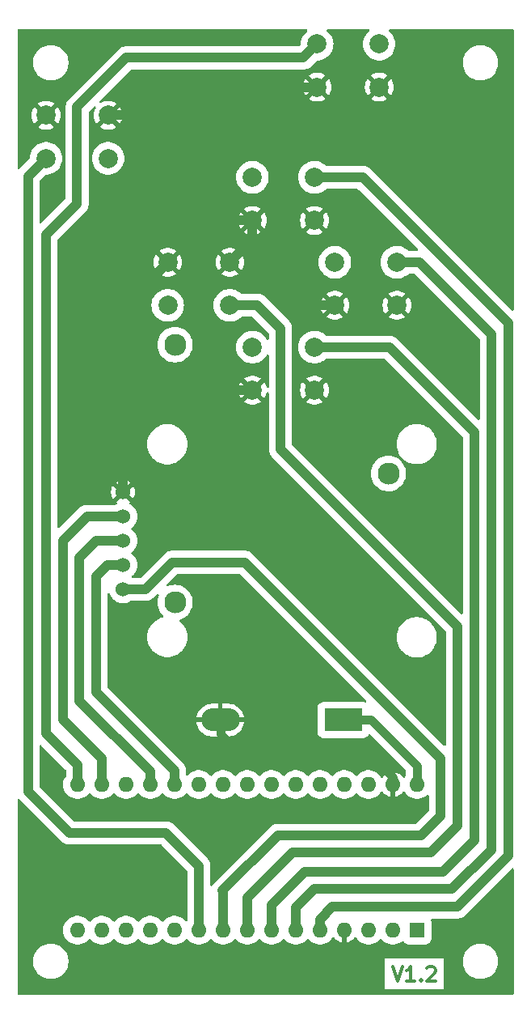
<source format=gbr>
%TF.GenerationSoftware,KiCad,Pcbnew,8.0.2*%
%TF.CreationDate,2024-05-13T00:31:24+01:00*%
%TF.ProjectId,Right_Controller_PCB_Bluetooth,52696768-745f-4436-9f6e-74726f6c6c65,V1.2*%
%TF.SameCoordinates,Original*%
%TF.FileFunction,Copper,L1,Top*%
%TF.FilePolarity,Positive*%
%FSLAX46Y46*%
G04 Gerber Fmt 4.6, Leading zero omitted, Abs format (unit mm)*
G04 Created by KiCad (PCBNEW 8.0.2) date 2024-05-13 00:31:24*
%MOMM*%
%LPD*%
G01*
G04 APERTURE LIST*
%ADD10C,0.300000*%
%TA.AperFunction,NonConductor*%
%ADD11C,0.300000*%
%TD*%
%TA.AperFunction,ComponentPad*%
%ADD12C,1.524000*%
%TD*%
%TA.AperFunction,ComponentPad*%
%ADD13C,2.000000*%
%TD*%
%TA.AperFunction,ComponentPad*%
%ADD14R,1.600000X1.600000*%
%TD*%
%TA.AperFunction,ComponentPad*%
%ADD15O,1.600000X1.600000*%
%TD*%
%TA.AperFunction,WasherPad*%
%ADD16C,2.300000*%
%TD*%
%TA.AperFunction,ComponentPad*%
%ADD17R,4.020000X2.410000*%
%TD*%
%TA.AperFunction,ComponentPad*%
%ADD18O,4.020000X2.410000*%
%TD*%
%TA.AperFunction,Conductor*%
%ADD19C,1.000000*%
%TD*%
%TA.AperFunction,Conductor*%
%ADD20C,0.900000*%
%TD*%
G04 APERTURE END LIST*
D10*
D11*
X156840225Y-145550828D02*
X157340225Y-147050828D01*
X157340225Y-147050828D02*
X157840225Y-145550828D01*
X159125939Y-147050828D02*
X158268796Y-147050828D01*
X158697367Y-147050828D02*
X158697367Y-145550828D01*
X158697367Y-145550828D02*
X158554510Y-145765114D01*
X158554510Y-145765114D02*
X158411653Y-145907971D01*
X158411653Y-145907971D02*
X158268796Y-145979400D01*
X159768795Y-146907971D02*
X159840224Y-146979400D01*
X159840224Y-146979400D02*
X159768795Y-147050828D01*
X159768795Y-147050828D02*
X159697367Y-146979400D01*
X159697367Y-146979400D02*
X159768795Y-146907971D01*
X159768795Y-146907971D02*
X159768795Y-147050828D01*
X160411653Y-145693685D02*
X160483081Y-145622257D01*
X160483081Y-145622257D02*
X160625939Y-145550828D01*
X160625939Y-145550828D02*
X160983081Y-145550828D01*
X160983081Y-145550828D02*
X161125939Y-145622257D01*
X161125939Y-145622257D02*
X161197367Y-145693685D01*
X161197367Y-145693685D02*
X161268796Y-145836542D01*
X161268796Y-145836542D02*
X161268796Y-145979400D01*
X161268796Y-145979400D02*
X161197367Y-146193685D01*
X161197367Y-146193685D02*
X160340224Y-147050828D01*
X160340224Y-147050828D02*
X161268796Y-147050828D01*
D12*
%TO.P,JoystickR1,1,GND*%
%TO.N,GND*%
X128581250Y-95920000D03*
%TO.P,JoystickR1,2,+5V*%
%TO.N,+3.3V*%
X128581250Y-98460000D03*
%TO.P,JoystickR1,3,VRX*%
%TO.N,/Analog_X_R*%
X128581250Y-101000000D03*
%TO.P,JoystickR1,4,VRY*%
%TO.N,/Analog_Y_R*%
X128581250Y-103540000D03*
%TO.P,JoystickR1,5,SW*%
%TO.N,/SEL_JOY_R*%
X128581250Y-106080000D03*
%TD*%
D13*
%TO.P,START_R1,1,1*%
%TO.N,/START_R*%
X127000000Y-61000000D03*
X120500000Y-61000000D03*
%TO.P,START_R1,2,2*%
%TO.N,GND*%
X127000000Y-56500000D03*
X120500000Y-56500000D03*
%TD*%
%TO.P,X1,1,1*%
%TO.N,GND*%
X133250000Y-71882000D03*
X139750000Y-71882000D03*
%TO.P,X1,2,2*%
%TO.N,/X*%
X133250000Y-76382000D03*
X139750000Y-76382000D03*
%TD*%
%TO.P,RIGHT_SHOULDER1,1,1*%
%TO.N,/RIGHT_SHOULDER*%
X148896000Y-49058000D03*
X155396000Y-49058000D03*
%TO.P,RIGHT_SHOULDER1,2,2*%
%TO.N,GND*%
X148896000Y-53558000D03*
X155396000Y-53558000D03*
%TD*%
%TO.P,B1,1,1*%
%TO.N,/B*%
X150750000Y-71882000D03*
X157250000Y-71882000D03*
%TO.P,B1,2,2*%
%TO.N,GND*%
X150750000Y-76382000D03*
X157250000Y-76382000D03*
%TD*%
%TO.P,Y1,1,1*%
%TO.N,/Y*%
X142118000Y-63000000D03*
X148618000Y-63000000D03*
%TO.P,Y1,2,2*%
%TO.N,GND*%
X142118000Y-67500000D03*
X148618000Y-67500000D03*
%TD*%
D14*
%TO.P,CentralBoard1,1,D1/TX*%
%TO.N,unconnected-(CentralBoard1-D1{slash}TX-Pad1)*%
X159360000Y-141740000D03*
D15*
%TO.P,CentralBoard1,2,D0/RX*%
%TO.N,unconnected-(CentralBoard1-D0{slash}RX-Pad2)*%
X156820000Y-141740000D03*
%TO.P,CentralBoard1,3,~{RESET}*%
%TO.N,unconnected-(CentralBoard1-~{RESET}-Pad3)*%
X154280000Y-141740000D03*
%TO.P,CentralBoard1,4,GND*%
%TO.N,GND*%
X151740000Y-141740000D03*
%TO.P,CentralBoard1,5,D2*%
%TO.N,/Y*%
X149200000Y-141740000D03*
%TO.P,CentralBoard1,6,D3*%
%TO.N,/B*%
X146660000Y-141740000D03*
%TO.P,CentralBoard1,7,D4*%
%TO.N,/A*%
X144120000Y-141740000D03*
%TO.P,CentralBoard1,8,D5*%
%TO.N,/X*%
X141580000Y-141740000D03*
%TO.P,CentralBoard1,9,D6*%
%TO.N,/SEL_JOY_R*%
X139040000Y-141740000D03*
%TO.P,CentralBoard1,10,D7*%
%TO.N,/START_R*%
X136500000Y-141740000D03*
%TO.P,CentralBoard1,11,D8*%
%TO.N,unconnected-(CentralBoard1-D8-Pad11)*%
X133960000Y-141740000D03*
%TO.P,CentralBoard1,12,D9*%
%TO.N,unconnected-(CentralBoard1-D9-Pad12)*%
X131420000Y-141740000D03*
%TO.P,CentralBoard1,13,D10*%
%TO.N,unconnected-(CentralBoard1-D10-Pad13)*%
X128880000Y-141740000D03*
%TO.P,CentralBoard1,14,D11*%
%TO.N,unconnected-(CentralBoard1-D11-Pad14)*%
X126340000Y-141740000D03*
%TO.P,CentralBoard1,15,D12*%
%TO.N,unconnected-(CentralBoard1-D12-Pad15)*%
X123800000Y-141740000D03*
%TO.P,CentralBoard1,16,D13*%
%TO.N,/RIGHT_SHOULDER*%
X123800000Y-126500000D03*
%TO.P,CentralBoard1,17,3V3*%
%TO.N,+3.3V*%
X126340000Y-126500000D03*
%TO.P,CentralBoard1,18,AREF*%
%TO.N,unconnected-(CentralBoard1-AREF-Pad18)*%
X128880000Y-126500000D03*
%TO.P,CentralBoard1,19,A0*%
%TO.N,/Analog_X_R*%
X131420000Y-126500000D03*
%TO.P,CentralBoard1,20,A1*%
%TO.N,/Analog_Y_R*%
X133960000Y-126500000D03*
%TO.P,CentralBoard1,21,A2*%
%TO.N,unconnected-(CentralBoard1-A2-Pad21)*%
X136500000Y-126500000D03*
%TO.P,CentralBoard1,22,A3*%
%TO.N,unconnected-(CentralBoard1-A3-Pad22)*%
X139040000Y-126500000D03*
%TO.P,CentralBoard1,23,A4*%
%TO.N,unconnected-(CentralBoard1-A4-Pad23)*%
X141580000Y-126500000D03*
%TO.P,CentralBoard1,24,A5*%
%TO.N,unconnected-(CentralBoard1-A5-Pad24)*%
X144120000Y-126500000D03*
%TO.P,CentralBoard1,25,A6*%
%TO.N,unconnected-(CentralBoard1-A6-Pad25)*%
X146660000Y-126500000D03*
%TO.P,CentralBoard1,26,A7*%
%TO.N,unconnected-(CentralBoard1-A7-Pad26)*%
X149200000Y-126500000D03*
%TO.P,CentralBoard1,27,+5V*%
%TO.N,unconnected-(CentralBoard1-+5V-Pad27)*%
X151740000Y-126500000D03*
%TO.P,CentralBoard1,28,~{RESET}*%
%TO.N,unconnected-(CentralBoard1-~{RESET}-Pad28)*%
X154280000Y-126500000D03*
%TO.P,CentralBoard1,29,GND*%
%TO.N,GND*%
X156820000Y-126500000D03*
%TO.P,CentralBoard1,30,VIN*%
%TO.N,+9V*%
X159360000Y-126500000D03*
%TD*%
D16*
%TO.P,BAT9V1,*%
%TO.N,*%
X134010000Y-107460000D03*
X156360000Y-93970000D03*
X134010000Y-80490000D03*
D17*
%TO.P,BAT9V1,1,+*%
%TO.N,+9V*%
X151630000Y-119750000D03*
D18*
%TO.P,BAT9V1,2,-*%
%TO.N,GND*%
X138750000Y-119750000D03*
%TD*%
D13*
%TO.P,A1,1,1*%
%TO.N,/A*%
X142118000Y-80750000D03*
X148618000Y-80750000D03*
%TO.P,A1,2,2*%
%TO.N,GND*%
X142118000Y-85250000D03*
X148618000Y-85250000D03*
%TD*%
D19*
%TO.N,/START_R*%
X118618000Y-127254000D02*
X118618000Y-62882000D01*
X118618000Y-62882000D02*
X120500000Y-61000000D01*
X133072000Y-131572000D02*
X122936000Y-131572000D01*
X136500000Y-135000000D02*
X133072000Y-131572000D01*
X122936000Y-131572000D02*
X118618000Y-127254000D01*
X136500000Y-141740000D02*
X136500000Y-135000000D01*
%TO.N,GND*%
X127000000Y-56500000D02*
X132622000Y-56500000D01*
%TO.N,/RIGHT_SHOULDER*%
X123750000Y-55658000D02*
X128908000Y-50500000D01*
X120500000Y-69000000D02*
X123750000Y-65750000D01*
X128908000Y-50500000D02*
X147454000Y-50500000D01*
X120500000Y-121178000D02*
X120500000Y-69000000D01*
X123800000Y-126500000D02*
X123800000Y-124478000D01*
X123800000Y-124478000D02*
X120500000Y-121178000D01*
X123750000Y-65750000D02*
X123750000Y-55658000D01*
X147454000Y-50500000D02*
X148896000Y-49058000D01*
%TO.N,/A*%
X147574000Y-135636000D02*
X144120000Y-139090000D01*
X165354000Y-132321236D02*
X162039236Y-135636000D01*
X144120000Y-139090000D02*
X144120000Y-141740000D01*
X165354000Y-89662000D02*
X165354000Y-132321236D01*
X156442000Y-80750000D02*
X165354000Y-89662000D01*
X162039236Y-135636000D02*
X147574000Y-135636000D01*
X148618000Y-80750000D02*
X156442000Y-80750000D01*
%TO.N,/X*%
X141580000Y-138328000D02*
X141580000Y-141740000D01*
X146304000Y-133604000D02*
X141580000Y-138328000D01*
X163576000Y-109982000D02*
X163576000Y-130810000D01*
X163576000Y-130810000D02*
X160782000Y-133604000D01*
X145034000Y-91440000D02*
X163576000Y-109982000D01*
X160782000Y-133604000D02*
X146304000Y-133604000D01*
X145034000Y-78784000D02*
X145034000Y-91440000D01*
X142632000Y-76382000D02*
X145034000Y-78784000D01*
X139750000Y-76382000D02*
X142632000Y-76382000D01*
%TO.N,/Y*%
X149200000Y-140608630D02*
X149200000Y-141740000D01*
X163557786Y-139311513D02*
X150497117Y-139311513D01*
X150497117Y-139311513D02*
X149200000Y-140608630D01*
X168910000Y-133959299D02*
X163557786Y-139311513D01*
X168910000Y-78232000D02*
X168910000Y-133959299D01*
X148618000Y-63000000D02*
X153678000Y-63000000D01*
X153678000Y-63000000D02*
X168910000Y-78232000D01*
%TO.N,/B*%
X146660000Y-139344000D02*
X146660000Y-141740000D01*
X163031403Y-137414000D02*
X148590000Y-137414000D01*
X167132000Y-133313403D02*
X163031403Y-137414000D01*
X148590000Y-137414000D02*
X146660000Y-139344000D01*
X159632000Y-71882000D02*
X167132000Y-79382000D01*
X157250000Y-71882000D02*
X159632000Y-71882000D01*
X167132000Y-79382000D02*
X167132000Y-133313403D01*
D20*
%TO.N,GND*%
X156820000Y-125708742D02*
X156820000Y-126500000D01*
X154736258Y-123625000D02*
X156820000Y-125708742D01*
X141125000Y-123625000D02*
X154736258Y-123625000D01*
X138750000Y-119750000D02*
X138750000Y-121250000D01*
X138750000Y-121250000D02*
X141125000Y-123625000D01*
%TO.N,+9V*%
X154540000Y-119750000D02*
X159360000Y-124570000D01*
X159360000Y-124570000D02*
X159360000Y-126500000D01*
X151630000Y-119750000D02*
X154540000Y-119750000D01*
D19*
%TO.N,/Analog_Y_R*%
X126960000Y-103540000D02*
X128581250Y-103540000D01*
X125750000Y-104750000D02*
X126960000Y-103540000D01*
X133960000Y-125070000D02*
X125750000Y-116860000D01*
X125750000Y-116860000D02*
X125750000Y-104750000D01*
X133960000Y-126500000D02*
X133960000Y-125070000D01*
%TO.N,/SEL_JOY_R*%
X133750000Y-103250000D02*
X130920000Y-106080000D01*
X161798000Y-123753544D02*
X141294456Y-103250000D01*
X159766000Y-131826000D02*
X161798000Y-129794000D01*
X130920000Y-106080000D02*
X128581250Y-106080000D01*
X144780000Y-131826000D02*
X159766000Y-131826000D01*
X139000000Y-137606000D02*
X144780000Y-131826000D01*
X141294456Y-103250000D02*
X133750000Y-103250000D01*
X139040000Y-137646000D02*
X139000000Y-137606000D01*
X139040000Y-141740000D02*
X139040000Y-137646000D01*
X161798000Y-129794000D02*
X161798000Y-123753544D01*
%TO.N,/Analog_X_R*%
X124000000Y-102750000D02*
X125750000Y-101000000D01*
X125750000Y-101000000D02*
X128581250Y-101000000D01*
X124000000Y-117750000D02*
X124000000Y-102750000D01*
X131420000Y-125170000D02*
X124000000Y-117750000D01*
X131420000Y-126500000D02*
X131420000Y-125170000D01*
%TO.N,+3.3V*%
X124790000Y-98460000D02*
X128581250Y-98460000D01*
X122250000Y-101000000D02*
X124790000Y-98460000D01*
X122250000Y-119710000D02*
X122250000Y-101000000D01*
X126340000Y-123800000D02*
X122250000Y-119710000D01*
X126340000Y-126500000D02*
X126340000Y-123800000D01*
%TO.N,GND*%
X128581250Y-90706750D02*
X128581250Y-95920000D01*
X134038000Y-85250000D02*
X128581250Y-90706750D01*
X130500000Y-74632000D02*
X133250000Y-71882000D01*
X134000000Y-85250000D02*
X130500000Y-81750000D01*
X134038000Y-85250000D02*
X134000000Y-85250000D01*
X130500000Y-81750000D02*
X130500000Y-74632000D01*
X150750000Y-76382000D02*
X148986000Y-76382000D01*
X148986000Y-76382000D02*
X142118000Y-69514000D01*
X142118000Y-69514000D02*
X139750000Y-71882000D01*
X142118000Y-67500000D02*
X142118000Y-69514000D01*
X138750000Y-67500000D02*
X142118000Y-67500000D01*
X132622000Y-61372000D02*
X138750000Y-67500000D01*
X132622000Y-56500000D02*
X132622000Y-61372000D01*
X142118000Y-85250000D02*
X134038000Y-85250000D01*
X139474000Y-71882000D02*
X139474000Y-71776000D01*
X128500000Y-95856750D02*
X128436750Y-95920000D01*
X135564000Y-53558000D02*
X132622000Y-56500000D01*
X148896000Y-53558000D02*
X135564000Y-53558000D01*
%TD*%
%TA.AperFunction,Conductor*%
%TO.N,GND*%
G36*
X117705703Y-128039913D02*
G01*
X117712181Y-128045945D01*
X122153926Y-132487690D01*
X122306801Y-132598760D01*
X122475168Y-132684547D01*
X122654882Y-132742940D01*
X122724870Y-132754025D01*
X122841513Y-132772500D01*
X122841518Y-132772500D01*
X122841519Y-132772500D01*
X132523374Y-132772500D01*
X132590413Y-132792185D01*
X132611055Y-132808819D01*
X135263181Y-135460945D01*
X135296666Y-135522268D01*
X135299500Y-135548626D01*
X135299500Y-140661825D01*
X135279815Y-140728864D01*
X135227011Y-140774619D01*
X135157853Y-140784563D01*
X135094297Y-140755538D01*
X135084270Y-140745808D01*
X134979744Y-140632262D01*
X134783509Y-140479526D01*
X134783507Y-140479525D01*
X134783506Y-140479524D01*
X134564811Y-140361172D01*
X134564802Y-140361169D01*
X134329616Y-140280429D01*
X134084335Y-140239500D01*
X133835665Y-140239500D01*
X133590383Y-140280429D01*
X133355197Y-140361169D01*
X133355188Y-140361172D01*
X133136493Y-140479524D01*
X132940257Y-140632261D01*
X132781230Y-140805010D01*
X132721342Y-140841001D01*
X132651504Y-140838900D01*
X132598770Y-140805010D01*
X132528672Y-140728864D01*
X132439744Y-140632262D01*
X132243509Y-140479526D01*
X132243507Y-140479525D01*
X132243506Y-140479524D01*
X132024811Y-140361172D01*
X132024802Y-140361169D01*
X131789616Y-140280429D01*
X131544335Y-140239500D01*
X131295665Y-140239500D01*
X131050383Y-140280429D01*
X130815197Y-140361169D01*
X130815188Y-140361172D01*
X130596493Y-140479524D01*
X130400257Y-140632261D01*
X130241230Y-140805010D01*
X130181342Y-140841001D01*
X130111504Y-140838900D01*
X130058770Y-140805010D01*
X129988672Y-140728864D01*
X129899744Y-140632262D01*
X129703509Y-140479526D01*
X129703507Y-140479525D01*
X129703506Y-140479524D01*
X129484811Y-140361172D01*
X129484802Y-140361169D01*
X129249616Y-140280429D01*
X129004335Y-140239500D01*
X128755665Y-140239500D01*
X128510383Y-140280429D01*
X128275197Y-140361169D01*
X128275188Y-140361172D01*
X128056493Y-140479524D01*
X127860257Y-140632261D01*
X127701230Y-140805010D01*
X127641342Y-140841001D01*
X127571504Y-140838900D01*
X127518770Y-140805010D01*
X127448672Y-140728864D01*
X127359744Y-140632262D01*
X127163509Y-140479526D01*
X127163507Y-140479525D01*
X127163506Y-140479524D01*
X126944811Y-140361172D01*
X126944802Y-140361169D01*
X126709616Y-140280429D01*
X126464335Y-140239500D01*
X126215665Y-140239500D01*
X125970383Y-140280429D01*
X125735197Y-140361169D01*
X125735188Y-140361172D01*
X125516493Y-140479524D01*
X125320257Y-140632261D01*
X125161230Y-140805010D01*
X125101342Y-140841001D01*
X125031504Y-140838900D01*
X124978770Y-140805010D01*
X124908672Y-140728864D01*
X124819744Y-140632262D01*
X124623509Y-140479526D01*
X124623507Y-140479525D01*
X124623506Y-140479524D01*
X124404811Y-140361172D01*
X124404802Y-140361169D01*
X124169616Y-140280429D01*
X123924335Y-140239500D01*
X123675665Y-140239500D01*
X123430383Y-140280429D01*
X123195197Y-140361169D01*
X123195188Y-140361172D01*
X122976493Y-140479524D01*
X122780257Y-140632261D01*
X122611833Y-140815217D01*
X122475826Y-141023393D01*
X122375936Y-141251118D01*
X122314892Y-141492175D01*
X122314890Y-141492187D01*
X122294357Y-141739994D01*
X122294357Y-141740005D01*
X122314890Y-141987812D01*
X122314892Y-141987824D01*
X122375936Y-142228881D01*
X122475826Y-142456606D01*
X122611833Y-142664782D01*
X122611835Y-142664784D01*
X122611836Y-142664785D01*
X122780256Y-142847738D01*
X122976491Y-143000474D01*
X123195190Y-143118828D01*
X123430386Y-143199571D01*
X123675665Y-143240500D01*
X123924335Y-143240500D01*
X124169614Y-143199571D01*
X124404810Y-143118828D01*
X124623509Y-143000474D01*
X124819744Y-142847738D01*
X124978771Y-142674988D01*
X125038657Y-142638999D01*
X125108495Y-142641099D01*
X125161228Y-142674988D01*
X125320256Y-142847738D01*
X125516491Y-143000474D01*
X125735190Y-143118828D01*
X125970386Y-143199571D01*
X126215665Y-143240500D01*
X126464335Y-143240500D01*
X126709614Y-143199571D01*
X126944810Y-143118828D01*
X127163509Y-143000474D01*
X127359744Y-142847738D01*
X127518771Y-142674988D01*
X127578657Y-142638999D01*
X127648495Y-142641099D01*
X127701228Y-142674988D01*
X127860256Y-142847738D01*
X128056491Y-143000474D01*
X128275190Y-143118828D01*
X128510386Y-143199571D01*
X128755665Y-143240500D01*
X129004335Y-143240500D01*
X129249614Y-143199571D01*
X129484810Y-143118828D01*
X129703509Y-143000474D01*
X129899744Y-142847738D01*
X130058771Y-142674988D01*
X130118657Y-142638999D01*
X130188495Y-142641099D01*
X130241228Y-142674988D01*
X130400256Y-142847738D01*
X130596491Y-143000474D01*
X130815190Y-143118828D01*
X131050386Y-143199571D01*
X131295665Y-143240500D01*
X131544335Y-143240500D01*
X131789614Y-143199571D01*
X132024810Y-143118828D01*
X132243509Y-143000474D01*
X132439744Y-142847738D01*
X132598771Y-142674988D01*
X132658657Y-142638999D01*
X132728495Y-142641099D01*
X132781228Y-142674988D01*
X132940256Y-142847738D01*
X133136491Y-143000474D01*
X133355190Y-143118828D01*
X133590386Y-143199571D01*
X133835665Y-143240500D01*
X134084335Y-143240500D01*
X134329614Y-143199571D01*
X134564810Y-143118828D01*
X134783509Y-143000474D01*
X134979744Y-142847738D01*
X135138771Y-142674988D01*
X135198657Y-142638999D01*
X135268495Y-142641099D01*
X135321228Y-142674988D01*
X135480256Y-142847738D01*
X135676491Y-143000474D01*
X135895190Y-143118828D01*
X136130386Y-143199571D01*
X136375665Y-143240500D01*
X136624335Y-143240500D01*
X136869614Y-143199571D01*
X137104810Y-143118828D01*
X137323509Y-143000474D01*
X137519744Y-142847738D01*
X137678771Y-142674988D01*
X137738657Y-142638999D01*
X137808495Y-142641099D01*
X137861228Y-142674988D01*
X138020256Y-142847738D01*
X138216491Y-143000474D01*
X138435190Y-143118828D01*
X138670386Y-143199571D01*
X138915665Y-143240500D01*
X139164335Y-143240500D01*
X139409614Y-143199571D01*
X139644810Y-143118828D01*
X139863509Y-143000474D01*
X140059744Y-142847738D01*
X140218771Y-142674988D01*
X140278657Y-142638999D01*
X140348495Y-142641099D01*
X140401228Y-142674988D01*
X140560256Y-142847738D01*
X140756491Y-143000474D01*
X140975190Y-143118828D01*
X141210386Y-143199571D01*
X141455665Y-143240500D01*
X141704335Y-143240500D01*
X141949614Y-143199571D01*
X142184810Y-143118828D01*
X142403509Y-143000474D01*
X142599744Y-142847738D01*
X142758771Y-142674988D01*
X142818657Y-142638999D01*
X142888495Y-142641099D01*
X142941228Y-142674988D01*
X143100256Y-142847738D01*
X143296491Y-143000474D01*
X143515190Y-143118828D01*
X143750386Y-143199571D01*
X143995665Y-143240500D01*
X144244335Y-143240500D01*
X144489614Y-143199571D01*
X144724810Y-143118828D01*
X144943509Y-143000474D01*
X145139744Y-142847738D01*
X145298771Y-142674988D01*
X145358657Y-142638999D01*
X145428495Y-142641099D01*
X145481228Y-142674988D01*
X145640256Y-142847738D01*
X145836491Y-143000474D01*
X146055190Y-143118828D01*
X146290386Y-143199571D01*
X146535665Y-143240500D01*
X146784335Y-143240500D01*
X147029614Y-143199571D01*
X147264810Y-143118828D01*
X147483509Y-143000474D01*
X147679744Y-142847738D01*
X147838771Y-142674988D01*
X147898657Y-142638999D01*
X147968495Y-142641099D01*
X148021228Y-142674988D01*
X148180256Y-142847738D01*
X148376491Y-143000474D01*
X148595190Y-143118828D01*
X148830386Y-143199571D01*
X149075665Y-143240500D01*
X149324335Y-143240500D01*
X149569614Y-143199571D01*
X149804810Y-143118828D01*
X150023509Y-143000474D01*
X150219744Y-142847738D01*
X150388164Y-142664785D01*
X150486957Y-142513569D01*
X150540103Y-142468213D01*
X150609334Y-142458789D01*
X150672670Y-142488291D01*
X150692341Y-142510268D01*
X150740339Y-142578817D01*
X150901179Y-142739657D01*
X151087517Y-142870134D01*
X151293673Y-142966265D01*
X151293682Y-142966269D01*
X151489999Y-143018872D01*
X151490000Y-143018871D01*
X151490000Y-142173012D01*
X151547007Y-142205925D01*
X151674174Y-142240000D01*
X151805826Y-142240000D01*
X151932993Y-142205925D01*
X151990000Y-142173012D01*
X151990000Y-143018872D01*
X152186317Y-142966269D01*
X152186326Y-142966265D01*
X152392482Y-142870134D01*
X152578820Y-142739657D01*
X152739658Y-142578819D01*
X152787657Y-142510269D01*
X152842234Y-142466643D01*
X152911732Y-142459449D01*
X152974087Y-142490971D01*
X152993042Y-142513569D01*
X153091836Y-142664785D01*
X153260256Y-142847738D01*
X153456491Y-143000474D01*
X153675190Y-143118828D01*
X153910386Y-143199571D01*
X154155665Y-143240500D01*
X154404335Y-143240500D01*
X154649614Y-143199571D01*
X154884810Y-143118828D01*
X155103509Y-143000474D01*
X155299744Y-142847738D01*
X155458771Y-142674988D01*
X155518657Y-142638999D01*
X155588495Y-142641099D01*
X155641228Y-142674988D01*
X155800256Y-142847738D01*
X155996491Y-143000474D01*
X156215190Y-143118828D01*
X156450386Y-143199571D01*
X156695665Y-143240500D01*
X156944335Y-143240500D01*
X157189614Y-143199571D01*
X157424810Y-143118828D01*
X157643509Y-143000474D01*
X157789310Y-142886992D01*
X157854302Y-142861350D01*
X157922842Y-142874916D01*
X157971587Y-142920695D01*
X158004528Y-142975185D01*
X158004531Y-142975189D01*
X158124811Y-143095469D01*
X158124813Y-143095470D01*
X158124815Y-143095472D01*
X158270394Y-143183478D01*
X158432804Y-143234086D01*
X158503384Y-143240500D01*
X158503387Y-143240500D01*
X160216613Y-143240500D01*
X160216616Y-143240500D01*
X160287196Y-143234086D01*
X160449606Y-143183478D01*
X160595185Y-143095472D01*
X160715472Y-142975185D01*
X160803478Y-142829606D01*
X160854086Y-142667196D01*
X160860500Y-142596616D01*
X160860500Y-140883384D01*
X160854086Y-140812804D01*
X160810490Y-140672899D01*
X160809341Y-140603043D01*
X160846142Y-140543650D01*
X160909211Y-140513582D01*
X160928877Y-140512013D01*
X163652272Y-140512013D01*
X163838904Y-140482453D01*
X163847918Y-140479524D01*
X164018618Y-140424060D01*
X164186985Y-140338273D01*
X164339860Y-140227203D01*
X169287819Y-135279242D01*
X169349142Y-135245758D01*
X169418834Y-135250742D01*
X169474767Y-135292614D01*
X169499184Y-135358078D01*
X169499500Y-135366924D01*
X169499500Y-148375500D01*
X169479815Y-148442539D01*
X169427011Y-148488294D01*
X169375500Y-148499500D01*
X117624500Y-148499500D01*
X117557461Y-148479815D01*
X117511706Y-148427011D01*
X117500500Y-148375500D01*
X117500500Y-147908053D01*
X155983000Y-147908053D01*
X162126021Y-147908053D01*
X162126021Y-144878711D01*
X164149500Y-144878711D01*
X164149500Y-145121288D01*
X164181161Y-145361785D01*
X164243947Y-145596104D01*
X164336773Y-145820205D01*
X164336776Y-145820212D01*
X164458064Y-146030289D01*
X164458066Y-146030292D01*
X164458067Y-146030293D01*
X164605733Y-146222736D01*
X164605739Y-146222743D01*
X164777256Y-146394260D01*
X164777262Y-146394265D01*
X164969711Y-146541936D01*
X165179788Y-146663224D01*
X165403900Y-146756054D01*
X165638211Y-146818838D01*
X165818586Y-146842584D01*
X165878711Y-146850500D01*
X165878712Y-146850500D01*
X166121289Y-146850500D01*
X166169388Y-146844167D01*
X166361789Y-146818838D01*
X166596100Y-146756054D01*
X166820212Y-146663224D01*
X167030289Y-146541936D01*
X167222738Y-146394265D01*
X167394265Y-146222738D01*
X167541936Y-146030289D01*
X167663224Y-145820212D01*
X167756054Y-145596100D01*
X167818838Y-145361789D01*
X167850500Y-145121288D01*
X167850500Y-144878712D01*
X167818838Y-144638211D01*
X167756054Y-144403900D01*
X167663224Y-144179788D01*
X167541936Y-143969711D01*
X167394265Y-143777262D01*
X167394260Y-143777256D01*
X167222743Y-143605739D01*
X167222736Y-143605733D01*
X167030293Y-143458067D01*
X167030292Y-143458066D01*
X167030289Y-143458064D01*
X166820212Y-143336776D01*
X166820205Y-143336773D01*
X166596104Y-143243947D01*
X166370432Y-143183478D01*
X166361789Y-143181162D01*
X166361788Y-143181161D01*
X166361785Y-143181161D01*
X166121289Y-143149500D01*
X166121288Y-143149500D01*
X165878712Y-143149500D01*
X165878711Y-143149500D01*
X165638214Y-143181161D01*
X165403895Y-143243947D01*
X165179794Y-143336773D01*
X165179785Y-143336777D01*
X164969706Y-143458067D01*
X164777263Y-143605733D01*
X164777256Y-143605739D01*
X164605739Y-143777256D01*
X164605733Y-143777263D01*
X164458067Y-143969706D01*
X164336777Y-144179785D01*
X164336773Y-144179794D01*
X164243947Y-144403895D01*
X164181161Y-144638214D01*
X164149500Y-144878711D01*
X162126021Y-144878711D01*
X162126021Y-144692484D01*
X155983000Y-144692484D01*
X155983000Y-147908053D01*
X117500500Y-147908053D01*
X117500500Y-144878711D01*
X119149500Y-144878711D01*
X119149500Y-145121288D01*
X119181161Y-145361785D01*
X119243947Y-145596104D01*
X119336773Y-145820205D01*
X119336776Y-145820212D01*
X119458064Y-146030289D01*
X119458066Y-146030292D01*
X119458067Y-146030293D01*
X119605733Y-146222736D01*
X119605739Y-146222743D01*
X119777256Y-146394260D01*
X119777262Y-146394265D01*
X119969711Y-146541936D01*
X120179788Y-146663224D01*
X120403900Y-146756054D01*
X120638211Y-146818838D01*
X120818586Y-146842584D01*
X120878711Y-146850500D01*
X120878712Y-146850500D01*
X121121289Y-146850500D01*
X121169388Y-146844167D01*
X121361789Y-146818838D01*
X121596100Y-146756054D01*
X121820212Y-146663224D01*
X122030289Y-146541936D01*
X122222738Y-146394265D01*
X122394265Y-146222738D01*
X122541936Y-146030289D01*
X122663224Y-145820212D01*
X122756054Y-145596100D01*
X122818838Y-145361789D01*
X122850500Y-145121288D01*
X122850500Y-144878712D01*
X122818838Y-144638211D01*
X122756054Y-144403900D01*
X122663224Y-144179788D01*
X122541936Y-143969711D01*
X122394265Y-143777262D01*
X122394260Y-143777256D01*
X122222743Y-143605739D01*
X122222736Y-143605733D01*
X122030293Y-143458067D01*
X122030292Y-143458066D01*
X122030289Y-143458064D01*
X121820212Y-143336776D01*
X121820205Y-143336773D01*
X121596104Y-143243947D01*
X121370432Y-143183478D01*
X121361789Y-143181162D01*
X121361788Y-143181161D01*
X121361785Y-143181161D01*
X121121289Y-143149500D01*
X121121288Y-143149500D01*
X120878712Y-143149500D01*
X120878711Y-143149500D01*
X120638214Y-143181161D01*
X120403895Y-143243947D01*
X120179794Y-143336773D01*
X120179785Y-143336777D01*
X119969706Y-143458067D01*
X119777263Y-143605733D01*
X119777256Y-143605739D01*
X119605739Y-143777256D01*
X119605733Y-143777263D01*
X119458067Y-143969706D01*
X119336777Y-144179785D01*
X119336773Y-144179794D01*
X119243947Y-144403895D01*
X119181161Y-144638214D01*
X119149500Y-144878711D01*
X117500500Y-144878711D01*
X117500500Y-128133626D01*
X117520185Y-128066587D01*
X117572989Y-128020832D01*
X117642147Y-128010888D01*
X117705703Y-128039913D01*
G37*
%TD.AperFunction*%
%TA.AperFunction,Conductor*%
G36*
X120023703Y-122399912D02*
G01*
X120030181Y-122405944D01*
X122563181Y-124938944D01*
X122596666Y-125000267D01*
X122599500Y-125026625D01*
X122599500Y-125557179D01*
X122579815Y-125624218D01*
X122579309Y-125625000D01*
X122475826Y-125783393D01*
X122375936Y-126011118D01*
X122314892Y-126252175D01*
X122314890Y-126252187D01*
X122294357Y-126499994D01*
X122294357Y-126500005D01*
X122314890Y-126747812D01*
X122314892Y-126747824D01*
X122375936Y-126988881D01*
X122475826Y-127216606D01*
X122611833Y-127424782D01*
X122611835Y-127424784D01*
X122611836Y-127424785D01*
X122780256Y-127607738D01*
X122976491Y-127760474D01*
X123195190Y-127878828D01*
X123430386Y-127959571D01*
X123675665Y-128000500D01*
X123924335Y-128000500D01*
X124169614Y-127959571D01*
X124404810Y-127878828D01*
X124623509Y-127760474D01*
X124819744Y-127607738D01*
X124978771Y-127434988D01*
X125038657Y-127398999D01*
X125108495Y-127401099D01*
X125161228Y-127434988D01*
X125320256Y-127607738D01*
X125516491Y-127760474D01*
X125735190Y-127878828D01*
X125970386Y-127959571D01*
X126215665Y-128000500D01*
X126464335Y-128000500D01*
X126709614Y-127959571D01*
X126944810Y-127878828D01*
X127163509Y-127760474D01*
X127359744Y-127607738D01*
X127518771Y-127434988D01*
X127578657Y-127398999D01*
X127648495Y-127401099D01*
X127701228Y-127434988D01*
X127860256Y-127607738D01*
X128056491Y-127760474D01*
X128275190Y-127878828D01*
X128510386Y-127959571D01*
X128755665Y-128000500D01*
X129004335Y-128000500D01*
X129249614Y-127959571D01*
X129484810Y-127878828D01*
X129703509Y-127760474D01*
X129899744Y-127607738D01*
X130058771Y-127434988D01*
X130118657Y-127398999D01*
X130188495Y-127401099D01*
X130241228Y-127434988D01*
X130400256Y-127607738D01*
X130596491Y-127760474D01*
X130815190Y-127878828D01*
X131050386Y-127959571D01*
X131295665Y-128000500D01*
X131544335Y-128000500D01*
X131789614Y-127959571D01*
X132024810Y-127878828D01*
X132243509Y-127760474D01*
X132439744Y-127607738D01*
X132598771Y-127434988D01*
X132658657Y-127398999D01*
X132728495Y-127401099D01*
X132781228Y-127434988D01*
X132940256Y-127607738D01*
X133136491Y-127760474D01*
X133355190Y-127878828D01*
X133590386Y-127959571D01*
X133835665Y-128000500D01*
X134084335Y-128000500D01*
X134329614Y-127959571D01*
X134564810Y-127878828D01*
X134783509Y-127760474D01*
X134979744Y-127607738D01*
X135138771Y-127434988D01*
X135198657Y-127398999D01*
X135268495Y-127401099D01*
X135321228Y-127434988D01*
X135480256Y-127607738D01*
X135676491Y-127760474D01*
X135895190Y-127878828D01*
X136130386Y-127959571D01*
X136375665Y-128000500D01*
X136624335Y-128000500D01*
X136869614Y-127959571D01*
X137104810Y-127878828D01*
X137323509Y-127760474D01*
X137519744Y-127607738D01*
X137678771Y-127434988D01*
X137738657Y-127398999D01*
X137808495Y-127401099D01*
X137861228Y-127434988D01*
X138020256Y-127607738D01*
X138216491Y-127760474D01*
X138435190Y-127878828D01*
X138670386Y-127959571D01*
X138915665Y-128000500D01*
X139164335Y-128000500D01*
X139409614Y-127959571D01*
X139644810Y-127878828D01*
X139863509Y-127760474D01*
X140059744Y-127607738D01*
X140218771Y-127434988D01*
X140278657Y-127398999D01*
X140348495Y-127401099D01*
X140401228Y-127434988D01*
X140560256Y-127607738D01*
X140756491Y-127760474D01*
X140975190Y-127878828D01*
X141210386Y-127959571D01*
X141455665Y-128000500D01*
X141704335Y-128000500D01*
X141949614Y-127959571D01*
X142184810Y-127878828D01*
X142403509Y-127760474D01*
X142599744Y-127607738D01*
X142758771Y-127434988D01*
X142818657Y-127398999D01*
X142888495Y-127401099D01*
X142941228Y-127434988D01*
X143100256Y-127607738D01*
X143296491Y-127760474D01*
X143515190Y-127878828D01*
X143750386Y-127959571D01*
X143995665Y-128000500D01*
X144244335Y-128000500D01*
X144489614Y-127959571D01*
X144724810Y-127878828D01*
X144943509Y-127760474D01*
X145139744Y-127607738D01*
X145298771Y-127434988D01*
X145358657Y-127398999D01*
X145428495Y-127401099D01*
X145481228Y-127434988D01*
X145640256Y-127607738D01*
X145836491Y-127760474D01*
X146055190Y-127878828D01*
X146290386Y-127959571D01*
X146535665Y-128000500D01*
X146784335Y-128000500D01*
X147029614Y-127959571D01*
X147264810Y-127878828D01*
X147483509Y-127760474D01*
X147679744Y-127607738D01*
X147838771Y-127434988D01*
X147898657Y-127398999D01*
X147968495Y-127401099D01*
X148021228Y-127434988D01*
X148180256Y-127607738D01*
X148376491Y-127760474D01*
X148595190Y-127878828D01*
X148830386Y-127959571D01*
X149075665Y-128000500D01*
X149324335Y-128000500D01*
X149569614Y-127959571D01*
X149804810Y-127878828D01*
X150023509Y-127760474D01*
X150219744Y-127607738D01*
X150378771Y-127434988D01*
X150438657Y-127398999D01*
X150508495Y-127401099D01*
X150561228Y-127434988D01*
X150720256Y-127607738D01*
X150916491Y-127760474D01*
X151135190Y-127878828D01*
X151370386Y-127959571D01*
X151615665Y-128000500D01*
X151864335Y-128000500D01*
X152109614Y-127959571D01*
X152344810Y-127878828D01*
X152563509Y-127760474D01*
X152759744Y-127607738D01*
X152918771Y-127434988D01*
X152978657Y-127398999D01*
X153048495Y-127401099D01*
X153101228Y-127434988D01*
X153260256Y-127607738D01*
X153456491Y-127760474D01*
X153675190Y-127878828D01*
X153910386Y-127959571D01*
X154155665Y-128000500D01*
X154404335Y-128000500D01*
X154649614Y-127959571D01*
X154884810Y-127878828D01*
X155103509Y-127760474D01*
X155299744Y-127607738D01*
X155468164Y-127424785D01*
X155566957Y-127273569D01*
X155620103Y-127228213D01*
X155689334Y-127218789D01*
X155752670Y-127248291D01*
X155772341Y-127270268D01*
X155820339Y-127338817D01*
X155981179Y-127499657D01*
X156167517Y-127630134D01*
X156373673Y-127726265D01*
X156373682Y-127726269D01*
X156569999Y-127778872D01*
X156570000Y-127778871D01*
X156570000Y-126933012D01*
X156627007Y-126965925D01*
X156754174Y-127000000D01*
X156885826Y-127000000D01*
X157012993Y-126965925D01*
X157070000Y-126933012D01*
X157070000Y-127778872D01*
X157266317Y-127726269D01*
X157266326Y-127726265D01*
X157472482Y-127630134D01*
X157658820Y-127499657D01*
X157819658Y-127338819D01*
X157867657Y-127270269D01*
X157922234Y-127226643D01*
X157991732Y-127219449D01*
X158054087Y-127250971D01*
X158073042Y-127273569D01*
X158171836Y-127424785D01*
X158340256Y-127607738D01*
X158536491Y-127760474D01*
X158755190Y-127878828D01*
X158990386Y-127959571D01*
X159235665Y-128000500D01*
X159484335Y-128000500D01*
X159729614Y-127959571D01*
X159964810Y-127878828D01*
X160183509Y-127760474D01*
X160379744Y-127607738D01*
X160382269Y-127604994D01*
X160442155Y-127569003D01*
X160511993Y-127571102D01*
X160569610Y-127610625D01*
X160596713Y-127675024D01*
X160597500Y-127688976D01*
X160597500Y-129245374D01*
X160577815Y-129312413D01*
X160561181Y-129333055D01*
X159305055Y-130589181D01*
X159243732Y-130622666D01*
X159217374Y-130625500D01*
X144685514Y-130625500D01*
X144498881Y-130655059D01*
X144319163Y-130713454D01*
X144150800Y-130799240D01*
X143997923Y-130910312D01*
X138084312Y-136823923D01*
X137973240Y-136976800D01*
X137934985Y-137051880D01*
X137887010Y-137102676D01*
X137819189Y-137119471D01*
X137753054Y-137096933D01*
X137709603Y-137042218D01*
X137700500Y-136995585D01*
X137700500Y-134905513D01*
X137670940Y-134718881D01*
X137612545Y-134539163D01*
X137526759Y-134370800D01*
X137504500Y-134340163D01*
X137504500Y-134340162D01*
X137504498Y-134340161D01*
X137468976Y-134291268D01*
X137415693Y-134217929D01*
X133854076Y-130656312D01*
X133854074Y-130656310D01*
X133701199Y-130545240D01*
X133532836Y-130459454D01*
X133353118Y-130401059D01*
X133166486Y-130371500D01*
X133166481Y-130371500D01*
X123484626Y-130371500D01*
X123417587Y-130351815D01*
X123396945Y-130335181D01*
X119854819Y-126793055D01*
X119821334Y-126731732D01*
X119818500Y-126705374D01*
X119818500Y-122493625D01*
X119838185Y-122426586D01*
X119890989Y-122380831D01*
X119960147Y-122370887D01*
X120023703Y-122399912D01*
G37*
%TD.AperFunction*%
%TA.AperFunction,Conductor*%
G36*
X140812869Y-104470185D02*
G01*
X140833511Y-104486819D01*
X154036702Y-117690010D01*
X154070187Y-117751333D01*
X154065203Y-117821025D01*
X154023331Y-117876958D01*
X153957867Y-117901375D01*
X153912132Y-117896077D01*
X153767196Y-117850914D01*
X153696616Y-117844500D01*
X149563384Y-117844500D01*
X149544145Y-117846248D01*
X149492807Y-117850913D01*
X149330393Y-117901522D01*
X149184811Y-117989530D01*
X149064530Y-118109811D01*
X148976522Y-118255393D01*
X148925913Y-118417807D01*
X148919500Y-118488386D01*
X148919500Y-121011613D01*
X148925913Y-121082192D01*
X148976522Y-121244606D01*
X149064530Y-121390188D01*
X149184811Y-121510469D01*
X149184813Y-121510470D01*
X149184815Y-121510472D01*
X149330394Y-121598478D01*
X149492804Y-121649086D01*
X149563384Y-121655500D01*
X149563387Y-121655500D01*
X153696613Y-121655500D01*
X153696616Y-121655500D01*
X153767196Y-121649086D01*
X153929606Y-121598478D01*
X154075185Y-121510472D01*
X154195472Y-121390185D01*
X154248344Y-121302723D01*
X154299871Y-121255537D01*
X154368730Y-121243699D01*
X154433059Y-121270968D01*
X154442141Y-121279194D01*
X158173181Y-125010234D01*
X158206666Y-125071557D01*
X158209500Y-125097915D01*
X158209500Y-125485915D01*
X158189815Y-125552954D01*
X158176734Y-125569893D01*
X158171837Y-125575212D01*
X158171833Y-125575217D01*
X158073041Y-125726430D01*
X158019895Y-125771786D01*
X157950664Y-125781210D01*
X157887328Y-125751708D01*
X157867658Y-125729731D01*
X157819659Y-125661181D01*
X157658820Y-125500342D01*
X157472482Y-125369865D01*
X157266328Y-125273734D01*
X157070000Y-125221127D01*
X157070000Y-126066988D01*
X157012993Y-126034075D01*
X156885826Y-126000000D01*
X156754174Y-126000000D01*
X156627007Y-126034075D01*
X156570000Y-126066988D01*
X156570000Y-125221127D01*
X156373671Y-125273734D01*
X156167517Y-125369865D01*
X155981179Y-125500342D01*
X155820342Y-125661179D01*
X155772341Y-125729732D01*
X155717763Y-125773357D01*
X155648265Y-125780549D01*
X155585910Y-125749027D01*
X155566957Y-125726429D01*
X155468166Y-125575217D01*
X155446557Y-125551744D01*
X155299744Y-125392262D01*
X155103509Y-125239526D01*
X155103507Y-125239525D01*
X155103506Y-125239524D01*
X154884811Y-125121172D01*
X154884802Y-125121169D01*
X154649616Y-125040429D01*
X154404335Y-124999500D01*
X154155665Y-124999500D01*
X153910383Y-125040429D01*
X153675197Y-125121169D01*
X153675188Y-125121172D01*
X153456493Y-125239524D01*
X153260257Y-125392261D01*
X153101230Y-125565010D01*
X153041342Y-125601001D01*
X152971504Y-125598900D01*
X152918770Y-125565010D01*
X152864270Y-125505808D01*
X152759744Y-125392262D01*
X152563509Y-125239526D01*
X152563507Y-125239525D01*
X152563506Y-125239524D01*
X152344811Y-125121172D01*
X152344802Y-125121169D01*
X152109616Y-125040429D01*
X151864335Y-124999500D01*
X151615665Y-124999500D01*
X151370383Y-125040429D01*
X151135197Y-125121169D01*
X151135188Y-125121172D01*
X150916493Y-125239524D01*
X150720257Y-125392261D01*
X150561230Y-125565010D01*
X150501342Y-125601001D01*
X150431504Y-125598900D01*
X150378770Y-125565010D01*
X150324270Y-125505808D01*
X150219744Y-125392262D01*
X150023509Y-125239526D01*
X150023507Y-125239525D01*
X150023506Y-125239524D01*
X149804811Y-125121172D01*
X149804802Y-125121169D01*
X149569616Y-125040429D01*
X149324335Y-124999500D01*
X149075665Y-124999500D01*
X148830383Y-125040429D01*
X148595197Y-125121169D01*
X148595188Y-125121172D01*
X148376493Y-125239524D01*
X148180257Y-125392261D01*
X148021230Y-125565010D01*
X147961342Y-125601001D01*
X147891504Y-125598900D01*
X147838770Y-125565010D01*
X147784270Y-125505808D01*
X147679744Y-125392262D01*
X147483509Y-125239526D01*
X147483507Y-125239525D01*
X147483506Y-125239524D01*
X147264811Y-125121172D01*
X147264802Y-125121169D01*
X147029616Y-125040429D01*
X146784335Y-124999500D01*
X146535665Y-124999500D01*
X146290383Y-125040429D01*
X146055197Y-125121169D01*
X146055188Y-125121172D01*
X145836493Y-125239524D01*
X145640257Y-125392261D01*
X145481230Y-125565010D01*
X145421342Y-125601001D01*
X145351504Y-125598900D01*
X145298770Y-125565010D01*
X145244270Y-125505808D01*
X145139744Y-125392262D01*
X144943509Y-125239526D01*
X144943507Y-125239525D01*
X144943506Y-125239524D01*
X144724811Y-125121172D01*
X144724802Y-125121169D01*
X144489616Y-125040429D01*
X144244335Y-124999500D01*
X143995665Y-124999500D01*
X143750383Y-125040429D01*
X143515197Y-125121169D01*
X143515188Y-125121172D01*
X143296493Y-125239524D01*
X143100257Y-125392261D01*
X142941230Y-125565010D01*
X142881342Y-125601001D01*
X142811504Y-125598900D01*
X142758770Y-125565010D01*
X142704270Y-125505808D01*
X142599744Y-125392262D01*
X142403509Y-125239526D01*
X142403507Y-125239525D01*
X142403506Y-125239524D01*
X142184811Y-125121172D01*
X142184802Y-125121169D01*
X141949616Y-125040429D01*
X141704335Y-124999500D01*
X141455665Y-124999500D01*
X141210383Y-125040429D01*
X140975197Y-125121169D01*
X140975188Y-125121172D01*
X140756493Y-125239524D01*
X140560257Y-125392261D01*
X140401230Y-125565010D01*
X140341342Y-125601001D01*
X140271504Y-125598900D01*
X140218770Y-125565010D01*
X140164270Y-125505808D01*
X140059744Y-125392262D01*
X139863509Y-125239526D01*
X139863507Y-125239525D01*
X139863506Y-125239524D01*
X139644811Y-125121172D01*
X139644802Y-125121169D01*
X139409616Y-125040429D01*
X139164335Y-124999500D01*
X138915665Y-124999500D01*
X138670383Y-125040429D01*
X138435197Y-125121169D01*
X138435188Y-125121172D01*
X138216493Y-125239524D01*
X138020257Y-125392261D01*
X137861230Y-125565010D01*
X137801342Y-125601001D01*
X137731504Y-125598900D01*
X137678770Y-125565010D01*
X137624270Y-125505808D01*
X137519744Y-125392262D01*
X137323509Y-125239526D01*
X137323507Y-125239525D01*
X137323506Y-125239524D01*
X137104811Y-125121172D01*
X137104802Y-125121169D01*
X136869616Y-125040429D01*
X136624335Y-124999500D01*
X136375665Y-124999500D01*
X136130383Y-125040429D01*
X135895197Y-125121169D01*
X135895188Y-125121172D01*
X135676493Y-125239524D01*
X135480257Y-125392261D01*
X135480256Y-125392262D01*
X135380762Y-125500342D01*
X135375730Y-125505808D01*
X135315843Y-125541798D01*
X135246005Y-125539698D01*
X135188388Y-125500174D01*
X135161287Y-125435775D01*
X135160500Y-125421825D01*
X135160500Y-124975513D01*
X135130940Y-124788881D01*
X135072545Y-124609163D01*
X134986759Y-124440800D01*
X134944578Y-124382743D01*
X134944578Y-124382742D01*
X134944576Y-124382741D01*
X134884892Y-124300591D01*
X134875693Y-124287929D01*
X130087764Y-119500000D01*
X136258201Y-119500000D01*
X137728309Y-119500000D01*
X137680934Y-119547375D01*
X137637489Y-119622625D01*
X137615000Y-119706555D01*
X137615000Y-119793445D01*
X137637489Y-119877375D01*
X137680934Y-119952625D01*
X137728309Y-120000000D01*
X136258201Y-120000000D01*
X136269172Y-120083339D01*
X136327020Y-120299230D01*
X136412546Y-120505711D01*
X136412554Y-120505727D01*
X136524298Y-120699272D01*
X136524309Y-120699288D01*
X136660361Y-120876595D01*
X136660367Y-120876602D01*
X136818397Y-121034632D01*
X136818404Y-121034638D01*
X136995711Y-121170690D01*
X136995727Y-121170701D01*
X137189272Y-121282445D01*
X137189288Y-121282453D01*
X137395769Y-121367979D01*
X137611660Y-121425827D01*
X137833238Y-121454998D01*
X137833255Y-121455000D01*
X138500000Y-121455000D01*
X138500000Y-120080000D01*
X139000000Y-120080000D01*
X139000000Y-121455000D01*
X139666745Y-121455000D01*
X139666761Y-121454998D01*
X139888339Y-121425827D01*
X140104230Y-121367979D01*
X140310711Y-121282453D01*
X140310727Y-121282445D01*
X140504272Y-121170701D01*
X140504288Y-121170690D01*
X140681595Y-121034638D01*
X140681602Y-121034632D01*
X140839632Y-120876602D01*
X140839638Y-120876595D01*
X140975690Y-120699288D01*
X140975701Y-120699272D01*
X141087445Y-120505727D01*
X141087453Y-120505711D01*
X141172979Y-120299230D01*
X141230827Y-120083339D01*
X141241799Y-120000000D01*
X139771691Y-120000000D01*
X139819066Y-119952625D01*
X139862511Y-119877375D01*
X139885000Y-119793445D01*
X139885000Y-119706555D01*
X139862511Y-119622625D01*
X139819066Y-119547375D01*
X139771691Y-119500000D01*
X141241798Y-119500000D01*
X141230827Y-119416660D01*
X141172979Y-119200769D01*
X141087453Y-118994288D01*
X141087445Y-118994272D01*
X140975701Y-118800727D01*
X140975690Y-118800711D01*
X140839638Y-118623404D01*
X140839632Y-118623397D01*
X140681602Y-118465367D01*
X140681595Y-118465361D01*
X140504288Y-118329309D01*
X140504272Y-118329298D01*
X140310727Y-118217554D01*
X140310711Y-118217546D01*
X140104230Y-118132020D01*
X139888339Y-118074172D01*
X139666761Y-118045001D01*
X139666745Y-118045000D01*
X139000000Y-118045000D01*
X139000000Y-119420000D01*
X138500000Y-119420000D01*
X138500000Y-118045000D01*
X137833255Y-118045000D01*
X137833238Y-118045001D01*
X137611660Y-118074172D01*
X137395769Y-118132020D01*
X137189288Y-118217546D01*
X137189272Y-118217554D01*
X136995727Y-118329298D01*
X136995711Y-118329309D01*
X136818404Y-118465361D01*
X136818397Y-118465367D01*
X136660367Y-118623397D01*
X136660361Y-118623404D01*
X136524309Y-118800711D01*
X136524298Y-118800727D01*
X136412554Y-118994272D01*
X136412546Y-118994288D01*
X136327020Y-119200769D01*
X136269172Y-119416660D01*
X136258201Y-119500000D01*
X130087764Y-119500000D01*
X126986819Y-116399055D01*
X126953334Y-116337732D01*
X126950500Y-116311374D01*
X126950500Y-106592479D01*
X126970185Y-106525440D01*
X127022989Y-106479685D01*
X127092147Y-106469741D01*
X127155703Y-106498766D01*
X127191780Y-106552213D01*
X127193250Y-106556495D01*
X127290611Y-106778458D01*
X127423174Y-106981362D01*
X127423177Y-106981365D01*
X127587331Y-107159684D01*
X127587334Y-107159686D01*
X127587337Y-107159689D01*
X127778588Y-107308546D01*
X127778595Y-107308550D01*
X127778597Y-107308552D01*
X127991757Y-107423908D01*
X128096888Y-107460000D01*
X128220993Y-107502606D01*
X128220995Y-107502606D01*
X128220997Y-107502607D01*
X128460064Y-107542500D01*
X128460065Y-107542500D01*
X128702435Y-107542500D01*
X128702436Y-107542500D01*
X128941503Y-107502607D01*
X129170743Y-107423908D01*
X129383903Y-107308552D01*
X129386353Y-107306644D01*
X129387533Y-107306179D01*
X129388189Y-107305751D01*
X129388277Y-107305885D01*
X129451348Y-107281004D01*
X129462513Y-107280500D01*
X131014486Y-107280500D01*
X131201118Y-107250940D01*
X131380832Y-107192547D01*
X131549199Y-107106760D01*
X131702074Y-106995690D01*
X132106130Y-106591633D01*
X132167451Y-106558150D01*
X132237142Y-106563134D01*
X132293076Y-106605005D01*
X132317493Y-106670470D01*
X132309991Y-106722649D01*
X132229921Y-106937326D01*
X132173658Y-107195965D01*
X132173657Y-107195972D01*
X132154773Y-107459998D01*
X132154773Y-107460001D01*
X132173657Y-107724027D01*
X132173658Y-107724034D01*
X132229921Y-107982673D01*
X132322426Y-108230690D01*
X132322428Y-108230694D01*
X132449280Y-108463005D01*
X132449285Y-108463013D01*
X132607906Y-108674907D01*
X132607922Y-108674925D01*
X132756719Y-108823722D01*
X132790204Y-108885045D01*
X132785220Y-108954737D01*
X132743348Y-109010670D01*
X132702493Y-109030805D01*
X132504936Y-109086157D01*
X132504935Y-109086158D01*
X132241382Y-109200634D01*
X131995853Y-109349944D01*
X131772950Y-109531289D01*
X131576812Y-109741299D01*
X131411098Y-109976064D01*
X131278894Y-110231206D01*
X131182667Y-110501962D01*
X131182666Y-110501965D01*
X131124201Y-110783319D01*
X131104592Y-111070000D01*
X131124201Y-111356680D01*
X131182666Y-111638034D01*
X131182667Y-111638037D01*
X131278894Y-111908793D01*
X131278893Y-111908793D01*
X131411098Y-112163935D01*
X131576812Y-112398700D01*
X131661923Y-112489831D01*
X131772947Y-112608708D01*
X131809825Y-112638710D01*
X131995853Y-112790055D01*
X132241382Y-112939365D01*
X132428237Y-113020526D01*
X132504942Y-113053844D01*
X132781642Y-113131371D01*
X133031920Y-113165771D01*
X133066321Y-113170500D01*
X133066322Y-113170500D01*
X133353679Y-113170500D01*
X133384370Y-113166281D01*
X133638358Y-113131371D01*
X133915058Y-113053844D01*
X134109549Y-112969365D01*
X134178617Y-112939365D01*
X134178620Y-112939363D01*
X134178625Y-112939361D01*
X134424147Y-112790055D01*
X134647053Y-112608708D01*
X134843189Y-112398698D01*
X135008901Y-112163936D01*
X135141104Y-111908797D01*
X135237334Y-111638032D01*
X135295798Y-111356686D01*
X135315408Y-111070000D01*
X135295798Y-110783314D01*
X135237334Y-110501968D01*
X135141105Y-110231206D01*
X135141106Y-110231206D01*
X135008901Y-109976064D01*
X134843187Y-109741299D01*
X134764554Y-109657105D01*
X134647053Y-109531292D01*
X134533671Y-109439049D01*
X134494092Y-109381473D01*
X134491923Y-109311637D01*
X134527854Y-109251715D01*
X134568589Y-109226682D01*
X134780689Y-109147574D01*
X135013011Y-109020716D01*
X135224915Y-108862087D01*
X135412087Y-108674915D01*
X135570716Y-108463011D01*
X135697574Y-108230689D01*
X135790077Y-107982678D01*
X135846343Y-107724026D01*
X135865227Y-107460000D01*
X135846343Y-107195974D01*
X135802774Y-106995690D01*
X135790078Y-106937326D01*
X135697573Y-106689309D01*
X135697571Y-106689305D01*
X135570719Y-106456994D01*
X135570714Y-106456986D01*
X135412093Y-106245092D01*
X135412077Y-106245074D01*
X135224925Y-106057922D01*
X135224907Y-106057906D01*
X135013013Y-105899285D01*
X135013005Y-105899280D01*
X134780694Y-105772428D01*
X134780690Y-105772426D01*
X134532673Y-105679921D01*
X134274034Y-105623658D01*
X134274027Y-105623657D01*
X134010001Y-105604773D01*
X134009999Y-105604773D01*
X133745972Y-105623657D01*
X133745965Y-105623658D01*
X133487326Y-105679921D01*
X133272649Y-105759991D01*
X133202957Y-105764975D01*
X133141634Y-105731490D01*
X133108150Y-105670166D01*
X133113134Y-105600475D01*
X133141633Y-105556130D01*
X134210945Y-104486819D01*
X134272268Y-104453334D01*
X134298626Y-104450500D01*
X140745830Y-104450500D01*
X140812869Y-104470185D01*
G37*
%TD.AperFunction*%
%TA.AperFunction,Conductor*%
G36*
X154326765Y-47520185D02*
G01*
X154372520Y-47572989D01*
X154382464Y-47642147D01*
X154353439Y-47705703D01*
X154335942Y-47721282D01*
X154336413Y-47721873D01*
X154332788Y-47724763D01*
X154145952Y-47898121D01*
X154145950Y-47898123D01*
X153987041Y-48097388D01*
X153859608Y-48318109D01*
X153766492Y-48555362D01*
X153766490Y-48555369D01*
X153709777Y-48803845D01*
X153690732Y-49057995D01*
X153690732Y-49058004D01*
X153709777Y-49312154D01*
X153726963Y-49387453D01*
X153766492Y-49560637D01*
X153859607Y-49797888D01*
X153987041Y-50018612D01*
X154145950Y-50217877D01*
X154332783Y-50391232D01*
X154543366Y-50534805D01*
X154543371Y-50534807D01*
X154543372Y-50534808D01*
X154543373Y-50534809D01*
X154665328Y-50593538D01*
X154772992Y-50645387D01*
X154772993Y-50645387D01*
X154772996Y-50645389D01*
X155016542Y-50720513D01*
X155268565Y-50758500D01*
X155523435Y-50758500D01*
X155775458Y-50720513D01*
X156019004Y-50645389D01*
X156248634Y-50534805D01*
X156459217Y-50391232D01*
X156646050Y-50217877D01*
X156804959Y-50018612D01*
X156932393Y-49797888D01*
X157025508Y-49560637D01*
X157082222Y-49312157D01*
X157090384Y-49203232D01*
X157101268Y-49058004D01*
X157101268Y-49057995D01*
X157082222Y-48803845D01*
X157025509Y-48555369D01*
X157025508Y-48555363D01*
X156932393Y-48318112D01*
X156804959Y-48097388D01*
X156646050Y-47898123D01*
X156459217Y-47724768D01*
X156459214Y-47724766D01*
X156459211Y-47724763D01*
X156455587Y-47721873D01*
X156456905Y-47720219D01*
X156418129Y-47672945D01*
X156410058Y-47603543D01*
X156440789Y-47540795D01*
X156500567Y-47504622D01*
X156532274Y-47500500D01*
X169375500Y-47500500D01*
X169442539Y-47520185D01*
X169488294Y-47572989D01*
X169499500Y-47624500D01*
X169499500Y-76824374D01*
X169479815Y-76891413D01*
X169427011Y-76937168D01*
X169357853Y-76947112D01*
X169294297Y-76918087D01*
X169287819Y-76912055D01*
X154460076Y-62084312D01*
X154460074Y-62084310D01*
X154307199Y-61973240D01*
X154282413Y-61960611D01*
X154138836Y-61887454D01*
X153959118Y-61829059D01*
X153772486Y-61799500D01*
X153772481Y-61799500D01*
X149872935Y-61799500D01*
X149805896Y-61779815D01*
X149788594Y-61766399D01*
X149681217Y-61666768D01*
X149470634Y-61523195D01*
X149470630Y-61523193D01*
X149470627Y-61523191D01*
X149470626Y-61523190D01*
X149241006Y-61412612D01*
X149241008Y-61412612D01*
X148997466Y-61337489D01*
X148997462Y-61337488D01*
X148997458Y-61337487D01*
X148876231Y-61319214D01*
X148745440Y-61299500D01*
X148745435Y-61299500D01*
X148490565Y-61299500D01*
X148490559Y-61299500D01*
X148333609Y-61323157D01*
X148238542Y-61337487D01*
X148238539Y-61337488D01*
X148238533Y-61337489D01*
X147994992Y-61412612D01*
X147765373Y-61523190D01*
X147765372Y-61523191D01*
X147554782Y-61666768D01*
X147367952Y-61840121D01*
X147367950Y-61840123D01*
X147209041Y-62039388D01*
X147081608Y-62260109D01*
X146988492Y-62497362D01*
X146988490Y-62497369D01*
X146931777Y-62745845D01*
X146912732Y-62999995D01*
X146912732Y-63000004D01*
X146931777Y-63254154D01*
X146972055Y-63430625D01*
X146988492Y-63502637D01*
X147081607Y-63739888D01*
X147209041Y-63960612D01*
X147367950Y-64159877D01*
X147554783Y-64333232D01*
X147765366Y-64476805D01*
X147765371Y-64476807D01*
X147765372Y-64476808D01*
X147765373Y-64476809D01*
X147887328Y-64535538D01*
X147994992Y-64587387D01*
X147994993Y-64587387D01*
X147994996Y-64587389D01*
X148238542Y-64662513D01*
X148490565Y-64700500D01*
X148745435Y-64700500D01*
X148997458Y-64662513D01*
X149241004Y-64587389D01*
X149470634Y-64476805D01*
X149681217Y-64333232D01*
X149788594Y-64233600D01*
X149851126Y-64202433D01*
X149872935Y-64200500D01*
X153129374Y-64200500D01*
X153196413Y-64220185D01*
X153217055Y-64236819D01*
X159450055Y-70469819D01*
X159483540Y-70531142D01*
X159478556Y-70600834D01*
X159436684Y-70656767D01*
X159371220Y-70681184D01*
X159362374Y-70681500D01*
X158504935Y-70681500D01*
X158437896Y-70661815D01*
X158420594Y-70648399D01*
X158313217Y-70548768D01*
X158247019Y-70503635D01*
X158102634Y-70405195D01*
X158102630Y-70405193D01*
X158102627Y-70405191D01*
X158102626Y-70405190D01*
X157873006Y-70294612D01*
X157873008Y-70294612D01*
X157629466Y-70219489D01*
X157629462Y-70219488D01*
X157629458Y-70219487D01*
X157508231Y-70201214D01*
X157377440Y-70181500D01*
X157377435Y-70181500D01*
X157122565Y-70181500D01*
X157122559Y-70181500D01*
X156965609Y-70205157D01*
X156870542Y-70219487D01*
X156870539Y-70219488D01*
X156870533Y-70219489D01*
X156626992Y-70294612D01*
X156397373Y-70405190D01*
X156397372Y-70405191D01*
X156186782Y-70548768D01*
X155999952Y-70722121D01*
X155999950Y-70722123D01*
X155841041Y-70921388D01*
X155713608Y-71142109D01*
X155620492Y-71379362D01*
X155620490Y-71379369D01*
X155563777Y-71627845D01*
X155544732Y-71881995D01*
X155544732Y-71882004D01*
X155563777Y-72136154D01*
X155617314Y-72370717D01*
X155620492Y-72384637D01*
X155713607Y-72621888D01*
X155841041Y-72842612D01*
X155999950Y-73041877D01*
X156186783Y-73215232D01*
X156397366Y-73358805D01*
X156397371Y-73358807D01*
X156397372Y-73358808D01*
X156397373Y-73358809D01*
X156519328Y-73417538D01*
X156626992Y-73469387D01*
X156626993Y-73469387D01*
X156626996Y-73469389D01*
X156870542Y-73544513D01*
X157122565Y-73582500D01*
X157377435Y-73582500D01*
X157629458Y-73544513D01*
X157873004Y-73469389D01*
X158102634Y-73358805D01*
X158313217Y-73215232D01*
X158420594Y-73115600D01*
X158483126Y-73084433D01*
X158504935Y-73082500D01*
X159083374Y-73082500D01*
X159150413Y-73102185D01*
X159171055Y-73118819D01*
X165895181Y-79842944D01*
X165928666Y-79904267D01*
X165931500Y-79930625D01*
X165931500Y-88242374D01*
X165911815Y-88309413D01*
X165859011Y-88355168D01*
X165789853Y-88365112D01*
X165726297Y-88336087D01*
X165719819Y-88330055D01*
X157224076Y-79834312D01*
X157224074Y-79834310D01*
X157071199Y-79723240D01*
X157063476Y-79719305D01*
X156902836Y-79637454D01*
X156723118Y-79579059D01*
X156536486Y-79549500D01*
X156536481Y-79549500D01*
X149872935Y-79549500D01*
X149805896Y-79529815D01*
X149788594Y-79516399D01*
X149756897Y-79486989D01*
X149681217Y-79416768D01*
X149470634Y-79273195D01*
X149470630Y-79273193D01*
X149470627Y-79273191D01*
X149470626Y-79273190D01*
X149241006Y-79162612D01*
X149241008Y-79162612D01*
X148997466Y-79087489D01*
X148997462Y-79087488D01*
X148997458Y-79087487D01*
X148876231Y-79069214D01*
X148745440Y-79049500D01*
X148745435Y-79049500D01*
X148490565Y-79049500D01*
X148490559Y-79049500D01*
X148333609Y-79073157D01*
X148238542Y-79087487D01*
X148238539Y-79087488D01*
X148238533Y-79087489D01*
X147994992Y-79162612D01*
X147765373Y-79273190D01*
X147765372Y-79273191D01*
X147554782Y-79416768D01*
X147367952Y-79590121D01*
X147367950Y-79590123D01*
X147209041Y-79789388D01*
X147081608Y-80010109D01*
X146988492Y-80247362D01*
X146988490Y-80247369D01*
X146931777Y-80495845D01*
X146912732Y-80749995D01*
X146912732Y-80750004D01*
X146931777Y-81004154D01*
X146988490Y-81252630D01*
X146988492Y-81252637D01*
X147081608Y-81489890D01*
X147083410Y-81493011D01*
X147209041Y-81710612D01*
X147367950Y-81909877D01*
X147554783Y-82083232D01*
X147765366Y-82226805D01*
X147765371Y-82226807D01*
X147765372Y-82226808D01*
X147765373Y-82226809D01*
X147855221Y-82270077D01*
X147994992Y-82337387D01*
X147994993Y-82337387D01*
X147994996Y-82337389D01*
X148238542Y-82412513D01*
X148490565Y-82450500D01*
X148745435Y-82450500D01*
X148997458Y-82412513D01*
X149241004Y-82337389D01*
X149470634Y-82226805D01*
X149681217Y-82083232D01*
X149788594Y-81983600D01*
X149851126Y-81952433D01*
X149872935Y-81950500D01*
X155893374Y-81950500D01*
X155960413Y-81970185D01*
X155981055Y-81986819D01*
X164117181Y-90122945D01*
X164150666Y-90184268D01*
X164153500Y-90210626D01*
X164153500Y-108562374D01*
X164133815Y-108629413D01*
X164081011Y-108675168D01*
X164011853Y-108685112D01*
X163948297Y-108656087D01*
X163941819Y-108650055D01*
X149261762Y-93969998D01*
X154504773Y-93969998D01*
X154504773Y-93970001D01*
X154523657Y-94234027D01*
X154523658Y-94234034D01*
X154579921Y-94492673D01*
X154672426Y-94740690D01*
X154672428Y-94740694D01*
X154799280Y-94973005D01*
X154799285Y-94973013D01*
X154957906Y-95184907D01*
X154957922Y-95184925D01*
X155145074Y-95372077D01*
X155145092Y-95372093D01*
X155356986Y-95530714D01*
X155356994Y-95530719D01*
X155589305Y-95657571D01*
X155589309Y-95657573D01*
X155589311Y-95657574D01*
X155837322Y-95750077D01*
X155837325Y-95750077D01*
X155837326Y-95750078D01*
X156032552Y-95792546D01*
X156095974Y-95806343D01*
X156339660Y-95823772D01*
X156359999Y-95825227D01*
X156360000Y-95825227D01*
X156360001Y-95825227D01*
X156378885Y-95823876D01*
X156624026Y-95806343D01*
X156882678Y-95750077D01*
X157130689Y-95657574D01*
X157363011Y-95530716D01*
X157574915Y-95372087D01*
X157762087Y-95184915D01*
X157920716Y-94973011D01*
X158047574Y-94740689D01*
X158140077Y-94492678D01*
X158196343Y-94234026D01*
X158215227Y-93970000D01*
X158196343Y-93705974D01*
X158140077Y-93447322D01*
X158047574Y-93199311D01*
X157939014Y-93000500D01*
X157920719Y-92966994D01*
X157920714Y-92966986D01*
X157762093Y-92755092D01*
X157762077Y-92755074D01*
X157574925Y-92567922D01*
X157574907Y-92567906D01*
X157363013Y-92409285D01*
X157363005Y-92409280D01*
X157130694Y-92282428D01*
X157130690Y-92282426D01*
X156882673Y-92189921D01*
X156624034Y-92133658D01*
X156624027Y-92133657D01*
X156360001Y-92114773D01*
X156359999Y-92114773D01*
X156095972Y-92133657D01*
X156095965Y-92133658D01*
X155837326Y-92189921D01*
X155589309Y-92282426D01*
X155589305Y-92282428D01*
X155356994Y-92409280D01*
X155356986Y-92409285D01*
X155145092Y-92567906D01*
X155145074Y-92567922D01*
X154957922Y-92755074D01*
X154957906Y-92755092D01*
X154799285Y-92966986D01*
X154799280Y-92966994D01*
X154672428Y-93199305D01*
X154672426Y-93199309D01*
X154579921Y-93447326D01*
X154523658Y-93705965D01*
X154523657Y-93705972D01*
X154504773Y-93969998D01*
X149261762Y-93969998D01*
X146270819Y-90979055D01*
X146237334Y-90917732D01*
X146235427Y-90900000D01*
X157224592Y-90900000D01*
X157244201Y-91186680D01*
X157302666Y-91468034D01*
X157302667Y-91468037D01*
X157398894Y-91738793D01*
X157398893Y-91738793D01*
X157531098Y-91993935D01*
X157696812Y-92228700D01*
X157746991Y-92282428D01*
X157892947Y-92438708D01*
X158115853Y-92620055D01*
X158337899Y-92755085D01*
X158361382Y-92769365D01*
X158548237Y-92850526D01*
X158624942Y-92883844D01*
X158901642Y-92961371D01*
X159151920Y-92995771D01*
X159186321Y-93000500D01*
X159186322Y-93000500D01*
X159473679Y-93000500D01*
X159504370Y-92996281D01*
X159758358Y-92961371D01*
X160035058Y-92883844D01*
X160148015Y-92834779D01*
X160298617Y-92769365D01*
X160298620Y-92769363D01*
X160298625Y-92769361D01*
X160544147Y-92620055D01*
X160767053Y-92438708D01*
X160963189Y-92228698D01*
X161128901Y-91993936D01*
X161261104Y-91738797D01*
X161357334Y-91468032D01*
X161415798Y-91186686D01*
X161435408Y-90900000D01*
X161415798Y-90613314D01*
X161357334Y-90331968D01*
X161261105Y-90061206D01*
X161261106Y-90061206D01*
X161128901Y-89806064D01*
X160963187Y-89571299D01*
X160884554Y-89487105D01*
X160767053Y-89361292D01*
X160555640Y-89189295D01*
X160544146Y-89179944D01*
X160298617Y-89030634D01*
X160035063Y-88916158D01*
X160035061Y-88916157D01*
X160035058Y-88916156D01*
X159905578Y-88879877D01*
X159758364Y-88838630D01*
X159758359Y-88838629D01*
X159758358Y-88838629D01*
X159616018Y-88819064D01*
X159473679Y-88799500D01*
X159473678Y-88799500D01*
X159186322Y-88799500D01*
X159186321Y-88799500D01*
X158901642Y-88838629D01*
X158901635Y-88838630D01*
X158693861Y-88896845D01*
X158624942Y-88916156D01*
X158624939Y-88916156D01*
X158624936Y-88916158D01*
X158624935Y-88916158D01*
X158361382Y-89030634D01*
X158115853Y-89179944D01*
X157892950Y-89361289D01*
X157892947Y-89361291D01*
X157892947Y-89361292D01*
X157884215Y-89370642D01*
X157696812Y-89571299D01*
X157531098Y-89806064D01*
X157398894Y-90061206D01*
X157302667Y-90331962D01*
X157302666Y-90331965D01*
X157244201Y-90613319D01*
X157224592Y-90900000D01*
X146235427Y-90900000D01*
X146234500Y-90891374D01*
X146234500Y-85249994D01*
X147112859Y-85249994D01*
X147112859Y-85250005D01*
X147133385Y-85497729D01*
X147133387Y-85497738D01*
X147194412Y-85738717D01*
X147294266Y-85966364D01*
X147394564Y-86119882D01*
X148094212Y-85420234D01*
X148105482Y-85462292D01*
X148177890Y-85587708D01*
X148280292Y-85690110D01*
X148405708Y-85762518D01*
X148447765Y-85773787D01*
X147747942Y-86473609D01*
X147794768Y-86510055D01*
X147794770Y-86510056D01*
X148013385Y-86628364D01*
X148013396Y-86628369D01*
X148248506Y-86709083D01*
X148493707Y-86750000D01*
X148742293Y-86750000D01*
X148987493Y-86709083D01*
X149222603Y-86628369D01*
X149222614Y-86628364D01*
X149441228Y-86510057D01*
X149441231Y-86510055D01*
X149488056Y-86473609D01*
X148788234Y-85773787D01*
X148830292Y-85762518D01*
X148955708Y-85690110D01*
X149058110Y-85587708D01*
X149130518Y-85462292D01*
X149141787Y-85420235D01*
X149841434Y-86119882D01*
X149941731Y-85966369D01*
X150041587Y-85738717D01*
X150102612Y-85497738D01*
X150102614Y-85497729D01*
X150123141Y-85250005D01*
X150123141Y-85249994D01*
X150102614Y-85002270D01*
X150102612Y-85002261D01*
X150041587Y-84761282D01*
X149941731Y-84533630D01*
X149841434Y-84380116D01*
X149141787Y-85079764D01*
X149130518Y-85037708D01*
X149058110Y-84912292D01*
X148955708Y-84809890D01*
X148830292Y-84737482D01*
X148788235Y-84726212D01*
X149488057Y-84026390D01*
X149488056Y-84026389D01*
X149441229Y-83989943D01*
X149222614Y-83871635D01*
X149222603Y-83871630D01*
X148987493Y-83790916D01*
X148742293Y-83750000D01*
X148493707Y-83750000D01*
X148248506Y-83790916D01*
X148013396Y-83871630D01*
X148013390Y-83871632D01*
X147794761Y-83989949D01*
X147747942Y-84026388D01*
X147747942Y-84026390D01*
X148447765Y-84726212D01*
X148405708Y-84737482D01*
X148280292Y-84809890D01*
X148177890Y-84912292D01*
X148105482Y-85037708D01*
X148094212Y-85079764D01*
X147394564Y-84380116D01*
X147294267Y-84533632D01*
X147194412Y-84761282D01*
X147133387Y-85002261D01*
X147133385Y-85002270D01*
X147112859Y-85249994D01*
X146234500Y-85249994D01*
X146234500Y-78689513D01*
X146204940Y-78502881D01*
X146146545Y-78323163D01*
X146060759Y-78154800D01*
X146008229Y-78082499D01*
X145980631Y-78044513D01*
X145949690Y-78001926D01*
X144329758Y-76381994D01*
X149244859Y-76381994D01*
X149244859Y-76382005D01*
X149265385Y-76629729D01*
X149265387Y-76629738D01*
X149326412Y-76870717D01*
X149426266Y-77098364D01*
X149526564Y-77251882D01*
X150226212Y-76552234D01*
X150237482Y-76594292D01*
X150309890Y-76719708D01*
X150412292Y-76822110D01*
X150537708Y-76894518D01*
X150579765Y-76905787D01*
X149879942Y-77605609D01*
X149926768Y-77642055D01*
X149926770Y-77642056D01*
X150145385Y-77760364D01*
X150145396Y-77760369D01*
X150380506Y-77841083D01*
X150625707Y-77882000D01*
X150874293Y-77882000D01*
X151119493Y-77841083D01*
X151354603Y-77760369D01*
X151354614Y-77760364D01*
X151573228Y-77642057D01*
X151573231Y-77642055D01*
X151620056Y-77605609D01*
X150920234Y-76905787D01*
X150962292Y-76894518D01*
X151087708Y-76822110D01*
X151190110Y-76719708D01*
X151262518Y-76594292D01*
X151273787Y-76552235D01*
X151973434Y-77251882D01*
X152073731Y-77098369D01*
X152173587Y-76870717D01*
X152234612Y-76629738D01*
X152234614Y-76629729D01*
X152255141Y-76382005D01*
X152255141Y-76381994D01*
X155744859Y-76381994D01*
X155744859Y-76382005D01*
X155765385Y-76629729D01*
X155765387Y-76629738D01*
X155826412Y-76870717D01*
X155926266Y-77098364D01*
X156026564Y-77251882D01*
X156726212Y-76552234D01*
X156737482Y-76594292D01*
X156809890Y-76719708D01*
X156912292Y-76822110D01*
X157037708Y-76894518D01*
X157079765Y-76905787D01*
X156379942Y-77605609D01*
X156426768Y-77642055D01*
X156426770Y-77642056D01*
X156645385Y-77760364D01*
X156645396Y-77760369D01*
X156880506Y-77841083D01*
X157125707Y-77882000D01*
X157374293Y-77882000D01*
X157619493Y-77841083D01*
X157854603Y-77760369D01*
X157854614Y-77760364D01*
X158073228Y-77642057D01*
X158073231Y-77642055D01*
X158120056Y-77605609D01*
X157420234Y-76905787D01*
X157462292Y-76894518D01*
X157587708Y-76822110D01*
X157690110Y-76719708D01*
X157762518Y-76594292D01*
X157773787Y-76552235D01*
X158473434Y-77251882D01*
X158573731Y-77098369D01*
X158673587Y-76870717D01*
X158734612Y-76629738D01*
X158734614Y-76629729D01*
X158755141Y-76382005D01*
X158755141Y-76381994D01*
X158734614Y-76134270D01*
X158734612Y-76134261D01*
X158673587Y-75893282D01*
X158573731Y-75665630D01*
X158473434Y-75512116D01*
X157773787Y-76211764D01*
X157762518Y-76169708D01*
X157690110Y-76044292D01*
X157587708Y-75941890D01*
X157462292Y-75869482D01*
X157420235Y-75858212D01*
X158120057Y-75158390D01*
X158120056Y-75158389D01*
X158073229Y-75121943D01*
X157854614Y-75003635D01*
X157854603Y-75003630D01*
X157619493Y-74922916D01*
X157374293Y-74882000D01*
X157125707Y-74882000D01*
X156880506Y-74922916D01*
X156645396Y-75003630D01*
X156645390Y-75003632D01*
X156426761Y-75121949D01*
X156379942Y-75158388D01*
X156379942Y-75158390D01*
X157079765Y-75858212D01*
X157037708Y-75869482D01*
X156912292Y-75941890D01*
X156809890Y-76044292D01*
X156737482Y-76169708D01*
X156726212Y-76211764D01*
X156026564Y-75512116D01*
X155926267Y-75665632D01*
X155826412Y-75893282D01*
X155765387Y-76134261D01*
X155765385Y-76134270D01*
X155744859Y-76381994D01*
X152255141Y-76381994D01*
X152234614Y-76134270D01*
X152234612Y-76134261D01*
X152173587Y-75893282D01*
X152073731Y-75665630D01*
X151973434Y-75512116D01*
X151273787Y-76211764D01*
X151262518Y-76169708D01*
X151190110Y-76044292D01*
X151087708Y-75941890D01*
X150962292Y-75869482D01*
X150920235Y-75858212D01*
X151620057Y-75158390D01*
X151620056Y-75158389D01*
X151573229Y-75121943D01*
X151354614Y-75003635D01*
X151354603Y-75003630D01*
X151119493Y-74922916D01*
X150874293Y-74882000D01*
X150625707Y-74882000D01*
X150380506Y-74922916D01*
X150145396Y-75003630D01*
X150145390Y-75003632D01*
X149926761Y-75121949D01*
X149879942Y-75158388D01*
X149879942Y-75158390D01*
X150579765Y-75858212D01*
X150537708Y-75869482D01*
X150412292Y-75941890D01*
X150309890Y-76044292D01*
X150237482Y-76169708D01*
X150226212Y-76211764D01*
X149526564Y-75512116D01*
X149426267Y-75665632D01*
X149326412Y-75893282D01*
X149265387Y-76134261D01*
X149265385Y-76134270D01*
X149244859Y-76381994D01*
X144329758Y-76381994D01*
X143414074Y-75466310D01*
X143261199Y-75355240D01*
X143092836Y-75269454D01*
X142913118Y-75211059D01*
X142726486Y-75181500D01*
X142726481Y-75181500D01*
X141004935Y-75181500D01*
X140937896Y-75161815D01*
X140920594Y-75148399D01*
X140813217Y-75048768D01*
X140747019Y-75003635D01*
X140602634Y-74905195D01*
X140602630Y-74905193D01*
X140602627Y-74905191D01*
X140602626Y-74905190D01*
X140373006Y-74794612D01*
X140373008Y-74794612D01*
X140129466Y-74719489D01*
X140129462Y-74719488D01*
X140129458Y-74719487D01*
X140008231Y-74701214D01*
X139877440Y-74681500D01*
X139877435Y-74681500D01*
X139622565Y-74681500D01*
X139622559Y-74681500D01*
X139465609Y-74705157D01*
X139370542Y-74719487D01*
X139370539Y-74719488D01*
X139370533Y-74719489D01*
X139126992Y-74794612D01*
X138897373Y-74905190D01*
X138897372Y-74905191D01*
X138686782Y-75048768D01*
X138499952Y-75222121D01*
X138499950Y-75222123D01*
X138341041Y-75421388D01*
X138213608Y-75642109D01*
X138120492Y-75879362D01*
X138120490Y-75879369D01*
X138063777Y-76127845D01*
X138044732Y-76381995D01*
X138044732Y-76382004D01*
X138063777Y-76636154D01*
X138117314Y-76870717D01*
X138120492Y-76884637D01*
X138213607Y-77121888D01*
X138341041Y-77342612D01*
X138499950Y-77541877D01*
X138686783Y-77715232D01*
X138897366Y-77858805D01*
X138897371Y-77858807D01*
X138897372Y-77858808D01*
X138897373Y-77858809D01*
X139019328Y-77917538D01*
X139126992Y-77969387D01*
X139126993Y-77969387D01*
X139126996Y-77969389D01*
X139370542Y-78044513D01*
X139622565Y-78082500D01*
X139877435Y-78082500D01*
X140129458Y-78044513D01*
X140373004Y-77969389D01*
X140602634Y-77858805D01*
X140813217Y-77715232D01*
X140920594Y-77615600D01*
X140983126Y-77584433D01*
X141004935Y-77582500D01*
X142083374Y-77582500D01*
X142150413Y-77602185D01*
X142171055Y-77618819D01*
X143797181Y-79244945D01*
X143830666Y-79306268D01*
X143833500Y-79332626D01*
X143833500Y-79857559D01*
X143813815Y-79924598D01*
X143761011Y-79970353D01*
X143691853Y-79980297D01*
X143628297Y-79951272D01*
X143602113Y-79919559D01*
X143557879Y-79842944D01*
X143526959Y-79789388D01*
X143368050Y-79590123D01*
X143181217Y-79416768D01*
X142970634Y-79273195D01*
X142970630Y-79273193D01*
X142970627Y-79273191D01*
X142970626Y-79273190D01*
X142741006Y-79162612D01*
X142741008Y-79162612D01*
X142497466Y-79087489D01*
X142497462Y-79087488D01*
X142497458Y-79087487D01*
X142376231Y-79069214D01*
X142245440Y-79049500D01*
X142245435Y-79049500D01*
X141990565Y-79049500D01*
X141990559Y-79049500D01*
X141833609Y-79073157D01*
X141738542Y-79087487D01*
X141738539Y-79087488D01*
X141738533Y-79087489D01*
X141494992Y-79162612D01*
X141265373Y-79273190D01*
X141265372Y-79273191D01*
X141054782Y-79416768D01*
X140867952Y-79590121D01*
X140867950Y-79590123D01*
X140709041Y-79789388D01*
X140581608Y-80010109D01*
X140488492Y-80247362D01*
X140488490Y-80247369D01*
X140431777Y-80495845D01*
X140412732Y-80749995D01*
X140412732Y-80750004D01*
X140431777Y-81004154D01*
X140488490Y-81252630D01*
X140488492Y-81252637D01*
X140581608Y-81489890D01*
X140583410Y-81493011D01*
X140709041Y-81710612D01*
X140867950Y-81909877D01*
X141054783Y-82083232D01*
X141265366Y-82226805D01*
X141265371Y-82226807D01*
X141265372Y-82226808D01*
X141265373Y-82226809D01*
X141355221Y-82270077D01*
X141494992Y-82337387D01*
X141494993Y-82337387D01*
X141494996Y-82337389D01*
X141738542Y-82412513D01*
X141990565Y-82450500D01*
X142245435Y-82450500D01*
X142497458Y-82412513D01*
X142741004Y-82337389D01*
X142970634Y-82226805D01*
X143181217Y-82083232D01*
X143368050Y-81909877D01*
X143526959Y-81710612D01*
X143602113Y-81580439D01*
X143652680Y-81532225D01*
X143721287Y-81519001D01*
X143786151Y-81544969D01*
X143826680Y-81601883D01*
X143833500Y-81642440D01*
X143833500Y-84919226D01*
X143813815Y-84986265D01*
X143761011Y-85032020D01*
X143691853Y-85041964D01*
X143628297Y-85012939D01*
X143590523Y-84954161D01*
X143589294Y-84949667D01*
X143541588Y-84761282D01*
X143441731Y-84533630D01*
X143341434Y-84380116D01*
X142641787Y-85079764D01*
X142630518Y-85037708D01*
X142558110Y-84912292D01*
X142455708Y-84809890D01*
X142330292Y-84737482D01*
X142288235Y-84726212D01*
X142988057Y-84026390D01*
X142988056Y-84026389D01*
X142941229Y-83989943D01*
X142722614Y-83871635D01*
X142722603Y-83871630D01*
X142487493Y-83790916D01*
X142242293Y-83750000D01*
X141993707Y-83750000D01*
X141748506Y-83790916D01*
X141513396Y-83871630D01*
X141513390Y-83871632D01*
X141294761Y-83989949D01*
X141247942Y-84026388D01*
X141247942Y-84026390D01*
X141947765Y-84726212D01*
X141905708Y-84737482D01*
X141780292Y-84809890D01*
X141677890Y-84912292D01*
X141605482Y-85037708D01*
X141594212Y-85079764D01*
X140894564Y-84380116D01*
X140794267Y-84533632D01*
X140694412Y-84761282D01*
X140633387Y-85002261D01*
X140633385Y-85002270D01*
X140612859Y-85249994D01*
X140612859Y-85250005D01*
X140633385Y-85497729D01*
X140633387Y-85497738D01*
X140694412Y-85738717D01*
X140794266Y-85966364D01*
X140894564Y-86119882D01*
X141594212Y-85420234D01*
X141605482Y-85462292D01*
X141677890Y-85587708D01*
X141780292Y-85690110D01*
X141905708Y-85762518D01*
X141947765Y-85773787D01*
X141247942Y-86473609D01*
X141294768Y-86510055D01*
X141294770Y-86510056D01*
X141513385Y-86628364D01*
X141513396Y-86628369D01*
X141748506Y-86709083D01*
X141993707Y-86750000D01*
X142242293Y-86750000D01*
X142487493Y-86709083D01*
X142722603Y-86628369D01*
X142722614Y-86628364D01*
X142941228Y-86510057D01*
X142941231Y-86510055D01*
X142988056Y-86473609D01*
X142288234Y-85773787D01*
X142330292Y-85762518D01*
X142455708Y-85690110D01*
X142558110Y-85587708D01*
X142630518Y-85462292D01*
X142641787Y-85420235D01*
X143341434Y-86119882D01*
X143441731Y-85966369D01*
X143541588Y-85738716D01*
X143589294Y-85550333D01*
X143624834Y-85490177D01*
X143687254Y-85458785D01*
X143756738Y-85466123D01*
X143811223Y-85509862D01*
X143833412Y-85576115D01*
X143833500Y-85580773D01*
X143833500Y-91534486D01*
X143863059Y-91721118D01*
X143921454Y-91900836D01*
X143974101Y-92004160D01*
X144007240Y-92069199D01*
X144118310Y-92222074D01*
X144118311Y-92222075D01*
X144118312Y-92222076D01*
X162339181Y-110442944D01*
X162372666Y-110504267D01*
X162375500Y-110530625D01*
X162375500Y-122333918D01*
X162355815Y-122400957D01*
X162303011Y-122446712D01*
X162233853Y-122456656D01*
X162170297Y-122427631D01*
X162163819Y-122421599D01*
X150842220Y-111100000D01*
X157224592Y-111100000D01*
X157244201Y-111386680D01*
X157302666Y-111668034D01*
X157302667Y-111668037D01*
X157398894Y-111938793D01*
X157398893Y-111938793D01*
X157531098Y-112193935D01*
X157696812Y-112428700D01*
X157781923Y-112519831D01*
X157892947Y-112638708D01*
X158115853Y-112820055D01*
X158312042Y-112939361D01*
X158361382Y-112969365D01*
X158548237Y-113050526D01*
X158624942Y-113083844D01*
X158901642Y-113161371D01*
X159151920Y-113195771D01*
X159186321Y-113200500D01*
X159186322Y-113200500D01*
X159473679Y-113200500D01*
X159504370Y-113196281D01*
X159758358Y-113161371D01*
X160035058Y-113083844D01*
X160148015Y-113034779D01*
X160298617Y-112969365D01*
X160298620Y-112969363D01*
X160298625Y-112969361D01*
X160544147Y-112820055D01*
X160767053Y-112638708D01*
X160963189Y-112428698D01*
X161128901Y-112193936D01*
X161261104Y-111938797D01*
X161357334Y-111668032D01*
X161415798Y-111386686D01*
X161435408Y-111100000D01*
X161415798Y-110813314D01*
X161357334Y-110531968D01*
X161261105Y-110261206D01*
X161261106Y-110261206D01*
X161128901Y-110006064D01*
X160963187Y-109771299D01*
X160884554Y-109687105D01*
X160767053Y-109561292D01*
X160544147Y-109379945D01*
X160544146Y-109379944D01*
X160298617Y-109230634D01*
X160035063Y-109116158D01*
X160035061Y-109116157D01*
X160035058Y-109116156D01*
X159905578Y-109079877D01*
X159758364Y-109038630D01*
X159758359Y-109038629D01*
X159758358Y-109038629D01*
X159616018Y-109019064D01*
X159473679Y-108999500D01*
X159473678Y-108999500D01*
X159186322Y-108999500D01*
X159186321Y-108999500D01*
X158901642Y-109038629D01*
X158901635Y-109038630D01*
X158732007Y-109086158D01*
X158624942Y-109116156D01*
X158624939Y-109116156D01*
X158624936Y-109116158D01*
X158624935Y-109116158D01*
X158361382Y-109230634D01*
X158115853Y-109379944D01*
X157892950Y-109561289D01*
X157696812Y-109771299D01*
X157531098Y-110006064D01*
X157398894Y-110261206D01*
X157302667Y-110531962D01*
X157302666Y-110531965D01*
X157244201Y-110813319D01*
X157224592Y-111100000D01*
X150842220Y-111100000D01*
X142076532Y-102334312D01*
X142076530Y-102334310D01*
X141923655Y-102223240D01*
X141917659Y-102220185D01*
X141755292Y-102137454D01*
X141575574Y-102079059D01*
X141388942Y-102049500D01*
X141388937Y-102049500D01*
X133655519Y-102049500D01*
X133655514Y-102049500D01*
X133478733Y-102077499D01*
X133468887Y-102079058D01*
X133468877Y-102079061D01*
X133289163Y-102137454D01*
X133120800Y-102223240D01*
X132967923Y-102334312D01*
X130459055Y-104843181D01*
X130397732Y-104876666D01*
X130371374Y-104879500D01*
X129602557Y-104879500D01*
X129535518Y-104859815D01*
X129489763Y-104807011D01*
X129479819Y-104737853D01*
X129508844Y-104674297D01*
X129526395Y-104657647D01*
X129556907Y-104633897D01*
X129575169Y-104619684D01*
X129739323Y-104441365D01*
X129871888Y-104238459D01*
X129969248Y-104016500D01*
X130028747Y-103781545D01*
X130028748Y-103781536D01*
X130048762Y-103540005D01*
X130048762Y-103539994D01*
X130028748Y-103298463D01*
X130028746Y-103298451D01*
X129969248Y-103063501D01*
X129871888Y-102841541D01*
X129739325Y-102638637D01*
X129718263Y-102615758D01*
X129575169Y-102460316D01*
X129456372Y-102367852D01*
X129415560Y-102311143D01*
X129411885Y-102241370D01*
X129446516Y-102180687D01*
X129456367Y-102172150D01*
X129575169Y-102079684D01*
X129739323Y-101901365D01*
X129871888Y-101698459D01*
X129969248Y-101476500D01*
X130028747Y-101241545D01*
X130048762Y-101000000D01*
X130028747Y-100758455D01*
X129969248Y-100523500D01*
X129871888Y-100301541D01*
X129739325Y-100098637D01*
X129718263Y-100075758D01*
X129575169Y-99920316D01*
X129456372Y-99827852D01*
X129415560Y-99771143D01*
X129411885Y-99701370D01*
X129446516Y-99640687D01*
X129456367Y-99632150D01*
X129575169Y-99539684D01*
X129739323Y-99361365D01*
X129871888Y-99158459D01*
X129969248Y-98936500D01*
X130028747Y-98701545D01*
X130048762Y-98460000D01*
X130028747Y-98218455D01*
X129969248Y-97983500D01*
X129871888Y-97761541D01*
X129739325Y-97558637D01*
X129720658Y-97538359D01*
X129575169Y-97380316D01*
X129575164Y-97380312D01*
X129575162Y-97380310D01*
X129383911Y-97231453D01*
X129383905Y-97231449D01*
X129292272Y-97181860D01*
X129242682Y-97132640D01*
X129227574Y-97064424D01*
X129251744Y-96998868D01*
X129279419Y-96971957D01*
X129279438Y-96971741D01*
X128769039Y-96461342D01*
X128801841Y-96452553D01*
X128932159Y-96377313D01*
X129038563Y-96270909D01*
X129113803Y-96140591D01*
X129122592Y-96107789D01*
X129632991Y-96618188D01*
X129678344Y-96553417D01*
X129678350Y-96553407D01*
X129771669Y-96353284D01*
X129771674Y-96353270D01*
X129828823Y-96139986D01*
X129828825Y-96139976D01*
X129848071Y-95920000D01*
X129848071Y-95919999D01*
X129828825Y-95700023D01*
X129828823Y-95700013D01*
X129771674Y-95486729D01*
X129771670Y-95486720D01*
X129678346Y-95286586D01*
X129632991Y-95221811D01*
X129632990Y-95221810D01*
X129122591Y-95732209D01*
X129113803Y-95699409D01*
X129038563Y-95569091D01*
X128932159Y-95462687D01*
X128801841Y-95387447D01*
X128769039Y-95378657D01*
X129279438Y-94868259D01*
X129279437Y-94868258D01*
X129214661Y-94822901D01*
X129214655Y-94822898D01*
X129014534Y-94729580D01*
X129014520Y-94729575D01*
X128801236Y-94672426D01*
X128801226Y-94672424D01*
X128581251Y-94653179D01*
X128581249Y-94653179D01*
X128361273Y-94672424D01*
X128361263Y-94672426D01*
X128147979Y-94729575D01*
X128147970Y-94729579D01*
X127947840Y-94822901D01*
X127883061Y-94868258D01*
X128393460Y-95378657D01*
X128360659Y-95387447D01*
X128230341Y-95462687D01*
X128123937Y-95569091D01*
X128048697Y-95699409D01*
X128039907Y-95732210D01*
X127529508Y-95221811D01*
X127484151Y-95286590D01*
X127390829Y-95486720D01*
X127390825Y-95486729D01*
X127333676Y-95700013D01*
X127333674Y-95700023D01*
X127314429Y-95919999D01*
X127314429Y-95920000D01*
X127333674Y-96139976D01*
X127333676Y-96139986D01*
X127390825Y-96353270D01*
X127390830Y-96353284D01*
X127484148Y-96553405D01*
X127484151Y-96553411D01*
X127529508Y-96618187D01*
X127529509Y-96618188D01*
X128039907Y-96107789D01*
X128048697Y-96140591D01*
X128123937Y-96270909D01*
X128230341Y-96377313D01*
X128360659Y-96452553D01*
X128393460Y-96461342D01*
X127883060Y-96971740D01*
X127883099Y-96972190D01*
X127925957Y-97025806D01*
X127933151Y-97095304D01*
X127901629Y-97157659D01*
X127870227Y-97181859D01*
X127778606Y-97231441D01*
X127778595Y-97231449D01*
X127776147Y-97233355D01*
X127774966Y-97233820D01*
X127774311Y-97234249D01*
X127774222Y-97234114D01*
X127711152Y-97258996D01*
X127699987Y-97259500D01*
X124695514Y-97259500D01*
X124508881Y-97289059D01*
X124329163Y-97347454D01*
X124160800Y-97433240D01*
X124007923Y-97544312D01*
X121912181Y-99640055D01*
X121850858Y-99673540D01*
X121781166Y-99668556D01*
X121725233Y-99626684D01*
X121700816Y-99561220D01*
X121700500Y-99552374D01*
X121700500Y-90909350D01*
X131094592Y-90909350D01*
X131114201Y-91196030D01*
X131172666Y-91477384D01*
X131172667Y-91477387D01*
X131268894Y-91748143D01*
X131268893Y-91748143D01*
X131401098Y-92003285D01*
X131566812Y-92238050D01*
X131608257Y-92282426D01*
X131762947Y-92448058D01*
X131985853Y-92629405D01*
X132216006Y-92769365D01*
X132231382Y-92778715D01*
X132418237Y-92859876D01*
X132494942Y-92893194D01*
X132771642Y-92970721D01*
X133021920Y-93005121D01*
X133056321Y-93009850D01*
X133056322Y-93009850D01*
X133343679Y-93009850D01*
X133374370Y-93005631D01*
X133628358Y-92970721D01*
X133905058Y-92893194D01*
X134018015Y-92844129D01*
X134168617Y-92778715D01*
X134168620Y-92778713D01*
X134168625Y-92778711D01*
X134414147Y-92629405D01*
X134637053Y-92448058D01*
X134833189Y-92238048D01*
X134998901Y-92003286D01*
X135131104Y-91748147D01*
X135227334Y-91477382D01*
X135285798Y-91196036D01*
X135305408Y-90909350D01*
X135285798Y-90622664D01*
X135227334Y-90341318D01*
X135131105Y-90070556D01*
X135131106Y-90070556D01*
X134998901Y-89815414D01*
X134833187Y-89580649D01*
X134754554Y-89496455D01*
X134637053Y-89370642D01*
X134414147Y-89189295D01*
X134414146Y-89189294D01*
X134168617Y-89039984D01*
X133905063Y-88925508D01*
X133905061Y-88925507D01*
X133905058Y-88925506D01*
X133775578Y-88889227D01*
X133628364Y-88847980D01*
X133628359Y-88847979D01*
X133628358Y-88847979D01*
X133486018Y-88828414D01*
X133343679Y-88808850D01*
X133343678Y-88808850D01*
X133056322Y-88808850D01*
X133056321Y-88808850D01*
X132771642Y-88847979D01*
X132771635Y-88847980D01*
X132563861Y-88906195D01*
X132494942Y-88925506D01*
X132494939Y-88925506D01*
X132494936Y-88925508D01*
X132494935Y-88925508D01*
X132231382Y-89039984D01*
X131985853Y-89189294D01*
X131762950Y-89370639D01*
X131566812Y-89580649D01*
X131401098Y-89815414D01*
X131268894Y-90070556D01*
X131172667Y-90341312D01*
X131172666Y-90341315D01*
X131114201Y-90622669D01*
X131094592Y-90909350D01*
X121700500Y-90909350D01*
X121700500Y-80489998D01*
X132154773Y-80489998D01*
X132154773Y-80490001D01*
X132173657Y-80754027D01*
X132173658Y-80754034D01*
X132229921Y-81012673D01*
X132322426Y-81260690D01*
X132322428Y-81260694D01*
X132449280Y-81493005D01*
X132449285Y-81493013D01*
X132607906Y-81704907D01*
X132607922Y-81704925D01*
X132795074Y-81892077D01*
X132795092Y-81892093D01*
X133006986Y-82050714D01*
X133006994Y-82050719D01*
X133239305Y-82177571D01*
X133239309Y-82177573D01*
X133239311Y-82177574D01*
X133487322Y-82270077D01*
X133487325Y-82270077D01*
X133487326Y-82270078D01*
X133682552Y-82312546D01*
X133745974Y-82326343D01*
X133989660Y-82343772D01*
X134009999Y-82345227D01*
X134010000Y-82345227D01*
X134010001Y-82345227D01*
X134028885Y-82343876D01*
X134274026Y-82326343D01*
X134532678Y-82270077D01*
X134780689Y-82177574D01*
X135013011Y-82050716D01*
X135224915Y-81892087D01*
X135412087Y-81704915D01*
X135570716Y-81493011D01*
X135697574Y-81260689D01*
X135790077Y-81012678D01*
X135846343Y-80754026D01*
X135865227Y-80490000D01*
X135846343Y-80225974D01*
X135790077Y-79967322D01*
X135697574Y-79719311D01*
X135652876Y-79637454D01*
X135570719Y-79486994D01*
X135570714Y-79486986D01*
X135412093Y-79275092D01*
X135412077Y-79275074D01*
X135224925Y-79087922D01*
X135224907Y-79087906D01*
X135013013Y-78929285D01*
X135013005Y-78929280D01*
X134780694Y-78802428D01*
X134780690Y-78802426D01*
X134532673Y-78709921D01*
X134274034Y-78653658D01*
X134274027Y-78653657D01*
X134010001Y-78634773D01*
X134009999Y-78634773D01*
X133745972Y-78653657D01*
X133745965Y-78653658D01*
X133487326Y-78709921D01*
X133239309Y-78802426D01*
X133239305Y-78802428D01*
X133006994Y-78929280D01*
X133006986Y-78929285D01*
X132795092Y-79087906D01*
X132795074Y-79087922D01*
X132607922Y-79275074D01*
X132607906Y-79275092D01*
X132449285Y-79486986D01*
X132449280Y-79486994D01*
X132322428Y-79719305D01*
X132322426Y-79719309D01*
X132229921Y-79967326D01*
X132173658Y-80225965D01*
X132173657Y-80225972D01*
X132154773Y-80489998D01*
X121700500Y-80489998D01*
X121700500Y-76381995D01*
X131544732Y-76381995D01*
X131544732Y-76382004D01*
X131563777Y-76636154D01*
X131617314Y-76870717D01*
X131620492Y-76884637D01*
X131713607Y-77121888D01*
X131841041Y-77342612D01*
X131999950Y-77541877D01*
X132186783Y-77715232D01*
X132397366Y-77858805D01*
X132397371Y-77858807D01*
X132397372Y-77858808D01*
X132397373Y-77858809D01*
X132519328Y-77917538D01*
X132626992Y-77969387D01*
X132626993Y-77969387D01*
X132626996Y-77969389D01*
X132870542Y-78044513D01*
X133122565Y-78082500D01*
X133377435Y-78082500D01*
X133629458Y-78044513D01*
X133873004Y-77969389D01*
X134102634Y-77858805D01*
X134313217Y-77715232D01*
X134500050Y-77541877D01*
X134658959Y-77342612D01*
X134786393Y-77121888D01*
X134879508Y-76884637D01*
X134936222Y-76636157D01*
X134955268Y-76382000D01*
X134936222Y-76127843D01*
X134879508Y-75879363D01*
X134786393Y-75642112D01*
X134658959Y-75421388D01*
X134500050Y-75222123D01*
X134313217Y-75048768D01*
X134102634Y-74905195D01*
X134102630Y-74905193D01*
X134102627Y-74905191D01*
X134102626Y-74905190D01*
X133873006Y-74794612D01*
X133873008Y-74794612D01*
X133629466Y-74719489D01*
X133629462Y-74719488D01*
X133629458Y-74719487D01*
X133508231Y-74701214D01*
X133377440Y-74681500D01*
X133377435Y-74681500D01*
X133122565Y-74681500D01*
X133122559Y-74681500D01*
X132965609Y-74705157D01*
X132870542Y-74719487D01*
X132870539Y-74719488D01*
X132870533Y-74719489D01*
X132626992Y-74794612D01*
X132397373Y-74905190D01*
X132397372Y-74905191D01*
X132186782Y-75048768D01*
X131999952Y-75222121D01*
X131999950Y-75222123D01*
X131841041Y-75421388D01*
X131713608Y-75642109D01*
X131620492Y-75879362D01*
X131620490Y-75879369D01*
X131563777Y-76127845D01*
X131544732Y-76381995D01*
X121700500Y-76381995D01*
X121700500Y-71881994D01*
X131744859Y-71881994D01*
X131744859Y-71882005D01*
X131765385Y-72129729D01*
X131765387Y-72129738D01*
X131826412Y-72370717D01*
X131926266Y-72598364D01*
X132026564Y-72751882D01*
X132726212Y-72052234D01*
X132737482Y-72094292D01*
X132809890Y-72219708D01*
X132912292Y-72322110D01*
X133037708Y-72394518D01*
X133079765Y-72405787D01*
X132379942Y-73105609D01*
X132426768Y-73142055D01*
X132426770Y-73142056D01*
X132645385Y-73260364D01*
X132645396Y-73260369D01*
X132880506Y-73341083D01*
X133125707Y-73382000D01*
X133374293Y-73382000D01*
X133619493Y-73341083D01*
X133854603Y-73260369D01*
X133854614Y-73260364D01*
X134073228Y-73142057D01*
X134073231Y-73142055D01*
X134120056Y-73105609D01*
X133420234Y-72405787D01*
X133462292Y-72394518D01*
X133587708Y-72322110D01*
X133690110Y-72219708D01*
X133762518Y-72094292D01*
X133773787Y-72052235D01*
X134473434Y-72751882D01*
X134573731Y-72598369D01*
X134673587Y-72370717D01*
X134734612Y-72129738D01*
X134734614Y-72129729D01*
X134755141Y-71882005D01*
X134755141Y-71881994D01*
X138244859Y-71881994D01*
X138244859Y-71882005D01*
X138265385Y-72129729D01*
X138265387Y-72129738D01*
X138326412Y-72370717D01*
X138426266Y-72598364D01*
X138526564Y-72751882D01*
X139226212Y-72052234D01*
X139237482Y-72094292D01*
X139309890Y-72219708D01*
X139412292Y-72322110D01*
X139537708Y-72394518D01*
X139579765Y-72405787D01*
X138879942Y-73105609D01*
X138926768Y-73142055D01*
X138926770Y-73142056D01*
X139145385Y-73260364D01*
X139145396Y-73260369D01*
X139380506Y-73341083D01*
X139625707Y-73382000D01*
X139874293Y-73382000D01*
X140119493Y-73341083D01*
X140354603Y-73260369D01*
X140354614Y-73260364D01*
X140573228Y-73142057D01*
X140573231Y-73142055D01*
X140620056Y-73105609D01*
X139920234Y-72405787D01*
X139962292Y-72394518D01*
X140087708Y-72322110D01*
X140190110Y-72219708D01*
X140262518Y-72094292D01*
X140273787Y-72052235D01*
X140973434Y-72751882D01*
X141073731Y-72598369D01*
X141173587Y-72370717D01*
X141234612Y-72129738D01*
X141234614Y-72129729D01*
X141255141Y-71882005D01*
X141255141Y-71881995D01*
X149044732Y-71881995D01*
X149044732Y-71882004D01*
X149063777Y-72136154D01*
X149117314Y-72370717D01*
X149120492Y-72384637D01*
X149213607Y-72621888D01*
X149341041Y-72842612D01*
X149499950Y-73041877D01*
X149686783Y-73215232D01*
X149897366Y-73358805D01*
X149897371Y-73358807D01*
X149897372Y-73358808D01*
X149897373Y-73358809D01*
X150019328Y-73417538D01*
X150126992Y-73469387D01*
X150126993Y-73469387D01*
X150126996Y-73469389D01*
X150370542Y-73544513D01*
X150622565Y-73582500D01*
X150877435Y-73582500D01*
X151129458Y-73544513D01*
X151373004Y-73469389D01*
X151602634Y-73358805D01*
X151813217Y-73215232D01*
X152000050Y-73041877D01*
X152158959Y-72842612D01*
X152286393Y-72621888D01*
X152379508Y-72384637D01*
X152436222Y-72136157D01*
X152455268Y-71882000D01*
X152436222Y-71627843D01*
X152379508Y-71379363D01*
X152286393Y-71142112D01*
X152158959Y-70921388D01*
X152000050Y-70722123D01*
X151813217Y-70548768D01*
X151602634Y-70405195D01*
X151602630Y-70405193D01*
X151602627Y-70405191D01*
X151602626Y-70405190D01*
X151373006Y-70294612D01*
X151373008Y-70294612D01*
X151129466Y-70219489D01*
X151129462Y-70219488D01*
X151129458Y-70219487D01*
X151008231Y-70201214D01*
X150877440Y-70181500D01*
X150877435Y-70181500D01*
X150622565Y-70181500D01*
X150622559Y-70181500D01*
X150465609Y-70205157D01*
X150370542Y-70219487D01*
X150370539Y-70219488D01*
X150370533Y-70219489D01*
X150126992Y-70294612D01*
X149897373Y-70405190D01*
X149897372Y-70405191D01*
X149686782Y-70548768D01*
X149499952Y-70722121D01*
X149499950Y-70722123D01*
X149341041Y-70921388D01*
X149213608Y-71142109D01*
X149120492Y-71379362D01*
X149120490Y-71379369D01*
X149063777Y-71627845D01*
X149044732Y-71881995D01*
X141255141Y-71881995D01*
X141255141Y-71881994D01*
X141234614Y-71634270D01*
X141234612Y-71634261D01*
X141173587Y-71393282D01*
X141073731Y-71165630D01*
X140973434Y-71012116D01*
X140273787Y-71711764D01*
X140262518Y-71669708D01*
X140190110Y-71544292D01*
X140087708Y-71441890D01*
X139962292Y-71369482D01*
X139920235Y-71358212D01*
X140620057Y-70658390D01*
X140620056Y-70658389D01*
X140573229Y-70621943D01*
X140354614Y-70503635D01*
X140354603Y-70503630D01*
X140119493Y-70422916D01*
X139874293Y-70382000D01*
X139625707Y-70382000D01*
X139380506Y-70422916D01*
X139145396Y-70503630D01*
X139145390Y-70503632D01*
X138926761Y-70621949D01*
X138879942Y-70658388D01*
X138879942Y-70658390D01*
X139579765Y-71358212D01*
X139537708Y-71369482D01*
X139412292Y-71441890D01*
X139309890Y-71544292D01*
X139237482Y-71669708D01*
X139226212Y-71711764D01*
X138526564Y-71012116D01*
X138426267Y-71165632D01*
X138326412Y-71393282D01*
X138265387Y-71634261D01*
X138265385Y-71634270D01*
X138244859Y-71881994D01*
X134755141Y-71881994D01*
X134734614Y-71634270D01*
X134734612Y-71634261D01*
X134673587Y-71393282D01*
X134573731Y-71165630D01*
X134473434Y-71012116D01*
X133773787Y-71711764D01*
X133762518Y-71669708D01*
X133690110Y-71544292D01*
X133587708Y-71441890D01*
X133462292Y-71369482D01*
X133420235Y-71358212D01*
X134120057Y-70658390D01*
X134120056Y-70658389D01*
X134073229Y-70621943D01*
X133854614Y-70503635D01*
X133854603Y-70503630D01*
X133619493Y-70422916D01*
X133374293Y-70382000D01*
X133125707Y-70382000D01*
X132880506Y-70422916D01*
X132645396Y-70503630D01*
X132645390Y-70503632D01*
X132426761Y-70621949D01*
X132379942Y-70658388D01*
X132379942Y-70658390D01*
X133079765Y-71358212D01*
X133037708Y-71369482D01*
X132912292Y-71441890D01*
X132809890Y-71544292D01*
X132737482Y-71669708D01*
X132726212Y-71711764D01*
X132026564Y-71012116D01*
X131926267Y-71165632D01*
X131826412Y-71393282D01*
X131765387Y-71634261D01*
X131765385Y-71634270D01*
X131744859Y-71881994D01*
X121700500Y-71881994D01*
X121700500Y-69548626D01*
X121720185Y-69481587D01*
X121736819Y-69460945D01*
X123185246Y-68012518D01*
X123697770Y-67499994D01*
X140612859Y-67499994D01*
X140612859Y-67500005D01*
X140633385Y-67747729D01*
X140633387Y-67747738D01*
X140694412Y-67988717D01*
X140794266Y-68216364D01*
X140894564Y-68369882D01*
X141594212Y-67670234D01*
X141605482Y-67712292D01*
X141677890Y-67837708D01*
X141780292Y-67940110D01*
X141905708Y-68012518D01*
X141947765Y-68023787D01*
X141247942Y-68723609D01*
X141294768Y-68760055D01*
X141294770Y-68760056D01*
X141513385Y-68878364D01*
X141513396Y-68878369D01*
X141748506Y-68959083D01*
X141993707Y-69000000D01*
X142242293Y-69000000D01*
X142487493Y-68959083D01*
X142722603Y-68878369D01*
X142722614Y-68878364D01*
X142941228Y-68760057D01*
X142941231Y-68760055D01*
X142988056Y-68723609D01*
X142288234Y-68023787D01*
X142330292Y-68012518D01*
X142455708Y-67940110D01*
X142558110Y-67837708D01*
X142630518Y-67712292D01*
X142641787Y-67670235D01*
X143341434Y-68369882D01*
X143441731Y-68216369D01*
X143541587Y-67988717D01*
X143602612Y-67747738D01*
X143602614Y-67747729D01*
X143623141Y-67500005D01*
X143623141Y-67499994D01*
X147112859Y-67499994D01*
X147112859Y-67500005D01*
X147133385Y-67747729D01*
X147133387Y-67747738D01*
X147194412Y-67988717D01*
X147294266Y-68216364D01*
X147394564Y-68369882D01*
X148094212Y-67670234D01*
X148105482Y-67712292D01*
X148177890Y-67837708D01*
X148280292Y-67940110D01*
X148405708Y-68012518D01*
X148447765Y-68023787D01*
X147747942Y-68723609D01*
X147794768Y-68760055D01*
X147794770Y-68760056D01*
X148013385Y-68878364D01*
X148013396Y-68878369D01*
X148248506Y-68959083D01*
X148493707Y-69000000D01*
X148742293Y-69000000D01*
X148987493Y-68959083D01*
X149222603Y-68878369D01*
X149222614Y-68878364D01*
X149441228Y-68760057D01*
X149441231Y-68760055D01*
X149488056Y-68723609D01*
X148788234Y-68023787D01*
X148830292Y-68012518D01*
X148955708Y-67940110D01*
X149058110Y-67837708D01*
X149130518Y-67712292D01*
X149141787Y-67670235D01*
X149841434Y-68369882D01*
X149941731Y-68216369D01*
X150041587Y-67988717D01*
X150102612Y-67747738D01*
X150102614Y-67747729D01*
X150123141Y-67500005D01*
X150123141Y-67499994D01*
X150102614Y-67252270D01*
X150102612Y-67252261D01*
X150041587Y-67011282D01*
X149941731Y-66783630D01*
X149841434Y-66630116D01*
X149141787Y-67329764D01*
X149130518Y-67287708D01*
X149058110Y-67162292D01*
X148955708Y-67059890D01*
X148830292Y-66987482D01*
X148788235Y-66976212D01*
X149488057Y-66276390D01*
X149488056Y-66276389D01*
X149441229Y-66239943D01*
X149222614Y-66121635D01*
X149222603Y-66121630D01*
X148987493Y-66040916D01*
X148742293Y-66000000D01*
X148493707Y-66000000D01*
X148248506Y-66040916D01*
X148013396Y-66121630D01*
X148013390Y-66121632D01*
X147794761Y-66239949D01*
X147747942Y-66276388D01*
X147747942Y-66276390D01*
X148447765Y-66976212D01*
X148405708Y-66987482D01*
X148280292Y-67059890D01*
X148177890Y-67162292D01*
X148105482Y-67287708D01*
X148094212Y-67329764D01*
X147394564Y-66630116D01*
X147294267Y-66783632D01*
X147194412Y-67011282D01*
X147133387Y-67252261D01*
X147133385Y-67252270D01*
X147112859Y-67499994D01*
X143623141Y-67499994D01*
X143602614Y-67252270D01*
X143602612Y-67252261D01*
X143541587Y-67011282D01*
X143441731Y-66783630D01*
X143341434Y-66630116D01*
X142641787Y-67329764D01*
X142630518Y-67287708D01*
X142558110Y-67162292D01*
X142455708Y-67059890D01*
X142330292Y-66987482D01*
X142288235Y-66976212D01*
X142988057Y-66276390D01*
X142988056Y-66276389D01*
X142941229Y-66239943D01*
X142722614Y-66121635D01*
X142722603Y-66121630D01*
X142487493Y-66040916D01*
X142242293Y-66000000D01*
X141993707Y-66000000D01*
X141748506Y-66040916D01*
X141513396Y-66121630D01*
X141513390Y-66121632D01*
X141294761Y-66239949D01*
X141247942Y-66276388D01*
X141247942Y-66276390D01*
X141947765Y-66976212D01*
X141905708Y-66987482D01*
X141780292Y-67059890D01*
X141677890Y-67162292D01*
X141605482Y-67287708D01*
X141594212Y-67329764D01*
X140894564Y-66630116D01*
X140794267Y-66783632D01*
X140694412Y-67011282D01*
X140633387Y-67252261D01*
X140633385Y-67252270D01*
X140612859Y-67499994D01*
X123697770Y-67499994D01*
X124665690Y-66532074D01*
X124776760Y-66379199D01*
X124862547Y-66210832D01*
X124920940Y-66031118D01*
X124934077Y-65948168D01*
X124950500Y-65844487D01*
X124950500Y-62999995D01*
X140412732Y-62999995D01*
X140412732Y-63000004D01*
X140431777Y-63254154D01*
X140472055Y-63430625D01*
X140488492Y-63502637D01*
X140581607Y-63739888D01*
X140709041Y-63960612D01*
X140867950Y-64159877D01*
X141054783Y-64333232D01*
X141265366Y-64476805D01*
X141265371Y-64476807D01*
X141265372Y-64476808D01*
X141265373Y-64476809D01*
X141387328Y-64535538D01*
X141494992Y-64587387D01*
X141494993Y-64587387D01*
X141494996Y-64587389D01*
X141738542Y-64662513D01*
X141990565Y-64700500D01*
X142245435Y-64700500D01*
X142497458Y-64662513D01*
X142741004Y-64587389D01*
X142970634Y-64476805D01*
X143181217Y-64333232D01*
X143368050Y-64159877D01*
X143526959Y-63960612D01*
X143654393Y-63739888D01*
X143747508Y-63502637D01*
X143804222Y-63254157D01*
X143823268Y-63000000D01*
X143804222Y-62745843D01*
X143747508Y-62497363D01*
X143654393Y-62260112D01*
X143526959Y-62039388D01*
X143368050Y-61840123D01*
X143181217Y-61666768D01*
X142970634Y-61523195D01*
X142970630Y-61523193D01*
X142970627Y-61523191D01*
X142970626Y-61523190D01*
X142741006Y-61412612D01*
X142741008Y-61412612D01*
X142497466Y-61337489D01*
X142497462Y-61337488D01*
X142497458Y-61337487D01*
X142376231Y-61319214D01*
X142245440Y-61299500D01*
X142245435Y-61299500D01*
X141990565Y-61299500D01*
X141990559Y-61299500D01*
X141833609Y-61323157D01*
X141738542Y-61337487D01*
X141738539Y-61337488D01*
X141738533Y-61337489D01*
X141494992Y-61412612D01*
X141265373Y-61523190D01*
X141265372Y-61523191D01*
X141054782Y-61666768D01*
X140867952Y-61840121D01*
X140867950Y-61840123D01*
X140709041Y-62039388D01*
X140581608Y-62260109D01*
X140488492Y-62497362D01*
X140488490Y-62497369D01*
X140431777Y-62745845D01*
X140412732Y-62999995D01*
X124950500Y-62999995D01*
X124950500Y-60999995D01*
X125294732Y-60999995D01*
X125294732Y-61000004D01*
X125313777Y-61254154D01*
X125332797Y-61337488D01*
X125370492Y-61502637D01*
X125463607Y-61739888D01*
X125591041Y-61960612D01*
X125749950Y-62159877D01*
X125936783Y-62333232D01*
X126147366Y-62476805D01*
X126147371Y-62476807D01*
X126147372Y-62476808D01*
X126147373Y-62476809D01*
X126269328Y-62535538D01*
X126376992Y-62587387D01*
X126376993Y-62587387D01*
X126376996Y-62587389D01*
X126620542Y-62662513D01*
X126872565Y-62700500D01*
X127127435Y-62700500D01*
X127379458Y-62662513D01*
X127623004Y-62587389D01*
X127852634Y-62476805D01*
X128063217Y-62333232D01*
X128250050Y-62159877D01*
X128408959Y-61960612D01*
X128536393Y-61739888D01*
X128629508Y-61502637D01*
X128686222Y-61254157D01*
X128705268Y-61000000D01*
X128686222Y-60745843D01*
X128629508Y-60497363D01*
X128536393Y-60260112D01*
X128408959Y-60039388D01*
X128250050Y-59840123D01*
X128063217Y-59666768D01*
X127852634Y-59523195D01*
X127852630Y-59523193D01*
X127852627Y-59523191D01*
X127852626Y-59523190D01*
X127623006Y-59412612D01*
X127623008Y-59412612D01*
X127379466Y-59337489D01*
X127379462Y-59337488D01*
X127379458Y-59337487D01*
X127258231Y-59319214D01*
X127127440Y-59299500D01*
X127127435Y-59299500D01*
X126872565Y-59299500D01*
X126872559Y-59299500D01*
X126715609Y-59323157D01*
X126620542Y-59337487D01*
X126620539Y-59337488D01*
X126620533Y-59337489D01*
X126376992Y-59412612D01*
X126147373Y-59523190D01*
X126147372Y-59523191D01*
X125936782Y-59666768D01*
X125749952Y-59840121D01*
X125749950Y-59840123D01*
X125591041Y-60039388D01*
X125463608Y-60260109D01*
X125370492Y-60497362D01*
X125370490Y-60497369D01*
X125313777Y-60745845D01*
X125294732Y-60999995D01*
X124950500Y-60999995D01*
X124950500Y-56206625D01*
X124970185Y-56139586D01*
X124986819Y-56118944D01*
X125155763Y-55950000D01*
X125498244Y-55607518D01*
X125559565Y-55574035D01*
X125629256Y-55579019D01*
X125685190Y-55620890D01*
X125709607Y-55686355D01*
X125694755Y-55754628D01*
X125689733Y-55763020D01*
X125676268Y-55783629D01*
X125576412Y-56011282D01*
X125515387Y-56252261D01*
X125515385Y-56252270D01*
X125494859Y-56499994D01*
X125494859Y-56500005D01*
X125515385Y-56747729D01*
X125515387Y-56747738D01*
X125576412Y-56988717D01*
X125676266Y-57216364D01*
X125776564Y-57369882D01*
X126476212Y-56670233D01*
X126487482Y-56712292D01*
X126559890Y-56837708D01*
X126662292Y-56940110D01*
X126787708Y-57012518D01*
X126829765Y-57023787D01*
X126129942Y-57723609D01*
X126176768Y-57760055D01*
X126176770Y-57760056D01*
X126395385Y-57878364D01*
X126395396Y-57878369D01*
X126630506Y-57959083D01*
X126875707Y-58000000D01*
X127124293Y-58000000D01*
X127369493Y-57959083D01*
X127604603Y-57878369D01*
X127604614Y-57878364D01*
X127823228Y-57760057D01*
X127823231Y-57760055D01*
X127870056Y-57723609D01*
X127170234Y-57023787D01*
X127212292Y-57012518D01*
X127337708Y-56940110D01*
X127440110Y-56837708D01*
X127512518Y-56712292D01*
X127523787Y-56670235D01*
X128223434Y-57369882D01*
X128323731Y-57216369D01*
X128423587Y-56988717D01*
X128484612Y-56747738D01*
X128484614Y-56747729D01*
X128505141Y-56500005D01*
X128505141Y-56499994D01*
X128484614Y-56252270D01*
X128484612Y-56252261D01*
X128423587Y-56011282D01*
X128323731Y-55783630D01*
X128223434Y-55630116D01*
X127523787Y-56329764D01*
X127512518Y-56287708D01*
X127440110Y-56162292D01*
X127337708Y-56059890D01*
X127212292Y-55987482D01*
X127170233Y-55976212D01*
X127870057Y-55276389D01*
X127823229Y-55239943D01*
X127604614Y-55121635D01*
X127604603Y-55121630D01*
X127369493Y-55040916D01*
X127124293Y-55000000D01*
X126875707Y-55000000D01*
X126630506Y-55040916D01*
X126395396Y-55121630D01*
X126395385Y-55121635D01*
X126247566Y-55201630D01*
X126179238Y-55216225D01*
X126113865Y-55191562D01*
X126072205Y-55135471D01*
X126067483Y-55065761D01*
X126100866Y-55004896D01*
X127547768Y-53557994D01*
X147390859Y-53557994D01*
X147390859Y-53558005D01*
X147411385Y-53805729D01*
X147411387Y-53805738D01*
X147472412Y-54046717D01*
X147572266Y-54274364D01*
X147672564Y-54427882D01*
X148372212Y-53728234D01*
X148383482Y-53770292D01*
X148455890Y-53895708D01*
X148558292Y-53998110D01*
X148683708Y-54070518D01*
X148725765Y-54081787D01*
X148025942Y-54781609D01*
X148072768Y-54818055D01*
X148072770Y-54818056D01*
X148291385Y-54936364D01*
X148291396Y-54936369D01*
X148526506Y-55017083D01*
X148771707Y-55058000D01*
X149020293Y-55058000D01*
X149265493Y-55017083D01*
X149500603Y-54936369D01*
X149500614Y-54936364D01*
X149719228Y-54818057D01*
X149719231Y-54818055D01*
X149766056Y-54781609D01*
X149066234Y-54081787D01*
X149108292Y-54070518D01*
X149233708Y-53998110D01*
X149336110Y-53895708D01*
X149408518Y-53770292D01*
X149419787Y-53728235D01*
X150119434Y-54427882D01*
X150219731Y-54274369D01*
X150319587Y-54046717D01*
X150380612Y-53805738D01*
X150380614Y-53805729D01*
X150401141Y-53558005D01*
X150401141Y-53557994D01*
X153890859Y-53557994D01*
X153890859Y-53558005D01*
X153911385Y-53805729D01*
X153911387Y-53805738D01*
X153972412Y-54046717D01*
X154072266Y-54274364D01*
X154172564Y-54427882D01*
X154872212Y-53728234D01*
X154883482Y-53770292D01*
X154955890Y-53895708D01*
X155058292Y-53998110D01*
X155183708Y-54070518D01*
X155225765Y-54081787D01*
X154525942Y-54781609D01*
X154572768Y-54818055D01*
X154572770Y-54818056D01*
X154791385Y-54936364D01*
X154791396Y-54936369D01*
X155026506Y-55017083D01*
X155271707Y-55058000D01*
X155520293Y-55058000D01*
X155765493Y-55017083D01*
X156000603Y-54936369D01*
X156000614Y-54936364D01*
X156219228Y-54818057D01*
X156219231Y-54818055D01*
X156266056Y-54781609D01*
X155566234Y-54081787D01*
X155608292Y-54070518D01*
X155733708Y-53998110D01*
X155836110Y-53895708D01*
X155908518Y-53770292D01*
X155919787Y-53728235D01*
X156619434Y-54427882D01*
X156719731Y-54274369D01*
X156819587Y-54046717D01*
X156880612Y-53805738D01*
X156880614Y-53805729D01*
X156901141Y-53558005D01*
X156901141Y-53557994D01*
X156880614Y-53310270D01*
X156880612Y-53310261D01*
X156819587Y-53069282D01*
X156719731Y-52841630D01*
X156619434Y-52688116D01*
X155919787Y-53387764D01*
X155908518Y-53345708D01*
X155836110Y-53220292D01*
X155733708Y-53117890D01*
X155608292Y-53045482D01*
X155566235Y-53034212D01*
X156266057Y-52334390D01*
X156266056Y-52334389D01*
X156219229Y-52297943D01*
X156000614Y-52179635D01*
X156000603Y-52179630D01*
X155765493Y-52098916D01*
X155520293Y-52058000D01*
X155271707Y-52058000D01*
X155026506Y-52098916D01*
X154791396Y-52179630D01*
X154791390Y-52179632D01*
X154572761Y-52297949D01*
X154525942Y-52334388D01*
X154525942Y-52334390D01*
X155225765Y-53034212D01*
X155183708Y-53045482D01*
X155058292Y-53117890D01*
X154955890Y-53220292D01*
X154883482Y-53345708D01*
X154872212Y-53387764D01*
X154172564Y-52688116D01*
X154072267Y-52841632D01*
X153972412Y-53069282D01*
X153911387Y-53310261D01*
X153911385Y-53310270D01*
X153890859Y-53557994D01*
X150401141Y-53557994D01*
X150380614Y-53310270D01*
X150380612Y-53310261D01*
X150319587Y-53069282D01*
X150219731Y-52841630D01*
X150119434Y-52688116D01*
X149419787Y-53387764D01*
X149408518Y-53345708D01*
X149336110Y-53220292D01*
X149233708Y-53117890D01*
X149108292Y-53045482D01*
X149066235Y-53034212D01*
X149766057Y-52334390D01*
X149766056Y-52334389D01*
X149719229Y-52297943D01*
X149500614Y-52179635D01*
X149500603Y-52179630D01*
X149265493Y-52098916D01*
X149020293Y-52058000D01*
X148771707Y-52058000D01*
X148526506Y-52098916D01*
X148291396Y-52179630D01*
X148291390Y-52179632D01*
X148072761Y-52297949D01*
X148025942Y-52334388D01*
X148025942Y-52334390D01*
X148725765Y-53034212D01*
X148683708Y-53045482D01*
X148558292Y-53117890D01*
X148455890Y-53220292D01*
X148383482Y-53345708D01*
X148372212Y-53387764D01*
X147672564Y-52688116D01*
X147572267Y-52841632D01*
X147472412Y-53069282D01*
X147411387Y-53310261D01*
X147411385Y-53310270D01*
X147390859Y-53557994D01*
X127547768Y-53557994D01*
X129368944Y-51736819D01*
X129430267Y-51703334D01*
X129456625Y-51700500D01*
X147548486Y-51700500D01*
X147735118Y-51670940D01*
X147914832Y-51612547D01*
X148083199Y-51526760D01*
X148236074Y-51415690D01*
X148773053Y-50878711D01*
X164149500Y-50878711D01*
X164149500Y-51121288D01*
X164181161Y-51361785D01*
X164243947Y-51596104D01*
X164336773Y-51820205D01*
X164336776Y-51820212D01*
X164458064Y-52030289D01*
X164458066Y-52030292D01*
X164458067Y-52030293D01*
X164605733Y-52222736D01*
X164605739Y-52222743D01*
X164777256Y-52394260D01*
X164777262Y-52394265D01*
X164969711Y-52541936D01*
X165179788Y-52663224D01*
X165403900Y-52756054D01*
X165638211Y-52818838D01*
X165811352Y-52841632D01*
X165878711Y-52850500D01*
X165878712Y-52850500D01*
X166121289Y-52850500D01*
X166188648Y-52841632D01*
X166361789Y-52818838D01*
X166596100Y-52756054D01*
X166820212Y-52663224D01*
X167030289Y-52541936D01*
X167222738Y-52394265D01*
X167394265Y-52222738D01*
X167541936Y-52030289D01*
X167663224Y-51820212D01*
X167756054Y-51596100D01*
X167818838Y-51361789D01*
X167850500Y-51121288D01*
X167850500Y-50878712D01*
X167818838Y-50638211D01*
X167756054Y-50403900D01*
X167663224Y-50179788D01*
X167541936Y-49969711D01*
X167481018Y-49890321D01*
X167394266Y-49777263D01*
X167394260Y-49777256D01*
X167222743Y-49605739D01*
X167222736Y-49605733D01*
X167030293Y-49458067D01*
X167030292Y-49458066D01*
X167030289Y-49458064D01*
X166820212Y-49336776D01*
X166801584Y-49329060D01*
X166596104Y-49243947D01*
X166361785Y-49181161D01*
X166121289Y-49149500D01*
X166121288Y-49149500D01*
X165878712Y-49149500D01*
X165878711Y-49149500D01*
X165638214Y-49181161D01*
X165403895Y-49243947D01*
X165179794Y-49336773D01*
X165179785Y-49336777D01*
X164969706Y-49458067D01*
X164777263Y-49605733D01*
X164777256Y-49605739D01*
X164605739Y-49777256D01*
X164605733Y-49777263D01*
X164458067Y-49969706D01*
X164336777Y-50179785D01*
X164336773Y-50179794D01*
X164243947Y-50403895D01*
X164181161Y-50638214D01*
X164149500Y-50878711D01*
X148773053Y-50878711D01*
X148856945Y-50794819D01*
X148918268Y-50761334D01*
X148944626Y-50758500D01*
X149023435Y-50758500D01*
X149275458Y-50720513D01*
X149519004Y-50645389D01*
X149748634Y-50534805D01*
X149959217Y-50391232D01*
X150146050Y-50217877D01*
X150304959Y-50018612D01*
X150432393Y-49797888D01*
X150525508Y-49560637D01*
X150582222Y-49312157D01*
X150590384Y-49203232D01*
X150601268Y-49058004D01*
X150601268Y-49057995D01*
X150582222Y-48803845D01*
X150525509Y-48555369D01*
X150525508Y-48555363D01*
X150432393Y-48318112D01*
X150304959Y-48097388D01*
X150146050Y-47898123D01*
X149959217Y-47724768D01*
X149959214Y-47724766D01*
X149959211Y-47724763D01*
X149955587Y-47721873D01*
X149956905Y-47720219D01*
X149918129Y-47672945D01*
X149910058Y-47603543D01*
X149940789Y-47540795D01*
X150000567Y-47504622D01*
X150032274Y-47500500D01*
X154259726Y-47500500D01*
X154326765Y-47520185D01*
G37*
%TD.AperFunction*%
%TA.AperFunction,Conductor*%
G36*
X147826765Y-47520185D02*
G01*
X147872520Y-47572989D01*
X147882464Y-47642147D01*
X147853439Y-47705703D01*
X147835942Y-47721282D01*
X147836413Y-47721873D01*
X147832788Y-47724763D01*
X147645952Y-47898121D01*
X147645950Y-47898123D01*
X147487041Y-48097388D01*
X147359608Y-48318109D01*
X147266492Y-48555362D01*
X147266490Y-48555369D01*
X147209777Y-48803844D01*
X147193561Y-49020231D01*
X147168922Y-49085612D01*
X147157590Y-49098645D01*
X146993053Y-49263182D01*
X146931733Y-49296666D01*
X146905374Y-49299500D01*
X128813514Y-49299500D01*
X128626881Y-49329059D01*
X128447163Y-49387454D01*
X128278800Y-49473240D01*
X128191579Y-49536610D01*
X128125927Y-49584310D01*
X128125925Y-49584312D01*
X128125924Y-49584312D01*
X122834312Y-54875923D01*
X122723240Y-55028800D01*
X122637454Y-55197163D01*
X122579059Y-55376881D01*
X122549500Y-55563513D01*
X122549500Y-65201374D01*
X122529815Y-65268413D01*
X122513181Y-65289055D01*
X120030181Y-67772055D01*
X119968858Y-67805540D01*
X119899166Y-67800556D01*
X119843233Y-67758684D01*
X119818816Y-67693220D01*
X119818500Y-67684374D01*
X119818500Y-63430625D01*
X119838185Y-63363586D01*
X119854819Y-63342944D01*
X120460944Y-62736819D01*
X120522267Y-62703334D01*
X120548625Y-62700500D01*
X120627435Y-62700500D01*
X120879458Y-62662513D01*
X121123004Y-62587389D01*
X121352634Y-62476805D01*
X121563217Y-62333232D01*
X121750050Y-62159877D01*
X121908959Y-61960612D01*
X122036393Y-61739888D01*
X122129508Y-61502637D01*
X122186222Y-61254157D01*
X122205268Y-61000000D01*
X122186222Y-60745843D01*
X122129508Y-60497363D01*
X122036393Y-60260112D01*
X121908959Y-60039388D01*
X121750050Y-59840123D01*
X121563217Y-59666768D01*
X121352634Y-59523195D01*
X121352630Y-59523193D01*
X121352627Y-59523191D01*
X121352626Y-59523190D01*
X121123006Y-59412612D01*
X121123008Y-59412612D01*
X120879466Y-59337489D01*
X120879462Y-59337488D01*
X120879458Y-59337487D01*
X120758231Y-59319214D01*
X120627440Y-59299500D01*
X120627435Y-59299500D01*
X120372565Y-59299500D01*
X120372559Y-59299500D01*
X120215609Y-59323157D01*
X120120542Y-59337487D01*
X120120539Y-59337488D01*
X120120533Y-59337489D01*
X119876992Y-59412612D01*
X119647373Y-59523190D01*
X119647372Y-59523191D01*
X119436782Y-59666768D01*
X119249952Y-59840121D01*
X119249950Y-59840123D01*
X119091041Y-60039388D01*
X118963608Y-60260109D01*
X118870492Y-60497362D01*
X118870490Y-60497369D01*
X118813777Y-60745844D01*
X118797561Y-60962232D01*
X118772922Y-61027613D01*
X118761589Y-61040646D01*
X117712181Y-62090055D01*
X117650858Y-62123540D01*
X117581166Y-62118556D01*
X117525233Y-62076684D01*
X117500816Y-62011220D01*
X117500500Y-62002374D01*
X117500500Y-56499994D01*
X118994859Y-56499994D01*
X118994859Y-56500005D01*
X119015385Y-56747729D01*
X119015387Y-56747738D01*
X119076412Y-56988717D01*
X119176266Y-57216364D01*
X119276564Y-57369882D01*
X119976212Y-56670234D01*
X119987482Y-56712292D01*
X120059890Y-56837708D01*
X120162292Y-56940110D01*
X120287708Y-57012518D01*
X120329765Y-57023787D01*
X119629942Y-57723609D01*
X119676768Y-57760055D01*
X119676770Y-57760056D01*
X119895385Y-57878364D01*
X119895396Y-57878369D01*
X120130506Y-57959083D01*
X120375707Y-58000000D01*
X120624293Y-58000000D01*
X120869493Y-57959083D01*
X121104603Y-57878369D01*
X121104614Y-57878364D01*
X121323228Y-57760057D01*
X121323231Y-57760055D01*
X121370056Y-57723609D01*
X120670234Y-57023787D01*
X120712292Y-57012518D01*
X120837708Y-56940110D01*
X120940110Y-56837708D01*
X121012518Y-56712292D01*
X121023787Y-56670234D01*
X121723434Y-57369882D01*
X121823731Y-57216369D01*
X121923587Y-56988717D01*
X121984612Y-56747738D01*
X121984614Y-56747729D01*
X122005141Y-56500005D01*
X122005141Y-56499994D01*
X121984614Y-56252270D01*
X121984612Y-56252261D01*
X121923587Y-56011282D01*
X121823731Y-55783630D01*
X121723434Y-55630116D01*
X121023787Y-56329764D01*
X121012518Y-56287708D01*
X120940110Y-56162292D01*
X120837708Y-56059890D01*
X120712292Y-55987482D01*
X120670235Y-55976212D01*
X121370057Y-55276390D01*
X121370056Y-55276389D01*
X121323229Y-55239943D01*
X121104614Y-55121635D01*
X121104603Y-55121630D01*
X120869493Y-55040916D01*
X120624293Y-55000000D01*
X120375707Y-55000000D01*
X120130506Y-55040916D01*
X119895396Y-55121630D01*
X119895390Y-55121632D01*
X119676761Y-55239949D01*
X119629942Y-55276388D01*
X119629942Y-55276390D01*
X120329765Y-55976212D01*
X120287708Y-55987482D01*
X120162292Y-56059890D01*
X120059890Y-56162292D01*
X119987482Y-56287708D01*
X119976212Y-56329764D01*
X119276564Y-55630116D01*
X119176267Y-55783632D01*
X119076412Y-56011282D01*
X119015387Y-56252261D01*
X119015385Y-56252270D01*
X118994859Y-56499994D01*
X117500500Y-56499994D01*
X117500500Y-50878711D01*
X119149500Y-50878711D01*
X119149500Y-51121288D01*
X119181161Y-51361785D01*
X119243947Y-51596104D01*
X119336773Y-51820205D01*
X119336776Y-51820212D01*
X119458064Y-52030289D01*
X119458066Y-52030292D01*
X119458067Y-52030293D01*
X119605733Y-52222736D01*
X119605739Y-52222743D01*
X119777256Y-52394260D01*
X119777262Y-52394265D01*
X119969711Y-52541936D01*
X120179788Y-52663224D01*
X120403900Y-52756054D01*
X120638211Y-52818838D01*
X120811352Y-52841632D01*
X120878711Y-52850500D01*
X120878712Y-52850500D01*
X121121289Y-52850500D01*
X121188648Y-52841632D01*
X121361789Y-52818838D01*
X121596100Y-52756054D01*
X121820212Y-52663224D01*
X122030289Y-52541936D01*
X122222738Y-52394265D01*
X122394265Y-52222738D01*
X122541936Y-52030289D01*
X122663224Y-51820212D01*
X122756054Y-51596100D01*
X122818838Y-51361789D01*
X122850500Y-51121288D01*
X122850500Y-50878712D01*
X122818838Y-50638211D01*
X122756054Y-50403900D01*
X122663224Y-50179788D01*
X122541936Y-49969711D01*
X122481018Y-49890321D01*
X122394266Y-49777263D01*
X122394260Y-49777256D01*
X122222743Y-49605739D01*
X122222736Y-49605733D01*
X122030293Y-49458067D01*
X122030292Y-49458066D01*
X122030289Y-49458064D01*
X121820212Y-49336776D01*
X121801584Y-49329060D01*
X121596104Y-49243947D01*
X121361785Y-49181161D01*
X121121289Y-49149500D01*
X121121288Y-49149500D01*
X120878712Y-49149500D01*
X120878711Y-49149500D01*
X120638214Y-49181161D01*
X120403895Y-49243947D01*
X120179794Y-49336773D01*
X120179785Y-49336777D01*
X119969706Y-49458067D01*
X119777263Y-49605733D01*
X119777256Y-49605739D01*
X119605739Y-49777256D01*
X119605733Y-49777263D01*
X119458067Y-49969706D01*
X119336777Y-50179785D01*
X119336773Y-50179794D01*
X119243947Y-50403895D01*
X119181161Y-50638214D01*
X119149500Y-50878711D01*
X117500500Y-50878711D01*
X117500500Y-47624500D01*
X117520185Y-47557461D01*
X117572989Y-47511706D01*
X117624500Y-47500500D01*
X147759726Y-47500500D01*
X147826765Y-47520185D01*
G37*
%TD.AperFunction*%
%TD*%
M02*

</source>
